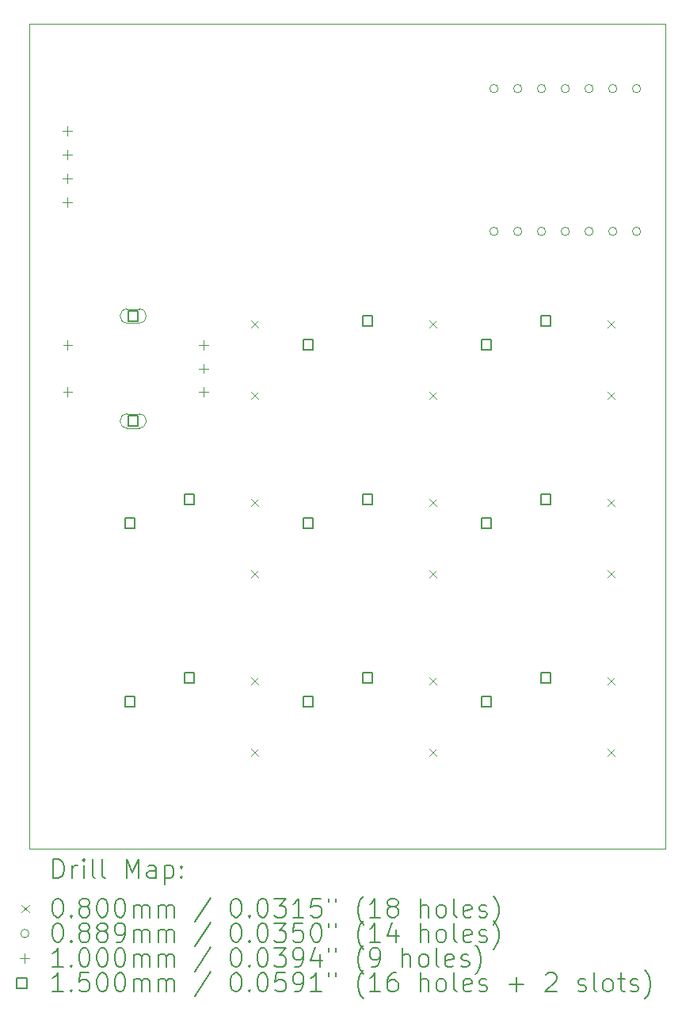
<source format=gbr>
%TF.GenerationSoftware,KiCad,Pcbnew,9.0.3*%
%TF.CreationDate,2025-07-29T19:54:15+10:00*%
%TF.ProjectId,NyaPad,4e796150-6164-42e6-9b69-6361645f7063,rev?*%
%TF.SameCoordinates,Original*%
%TF.FileFunction,Drillmap*%
%TF.FilePolarity,Positive*%
%FSLAX45Y45*%
G04 Gerber Fmt 4.5, Leading zero omitted, Abs format (unit mm)*
G04 Created by KiCad (PCBNEW 9.0.3) date 2025-07-29 19:54:15*
%MOMM*%
%LPD*%
G01*
G04 APERTURE LIST*
%ADD10C,0.050000*%
%ADD11C,0.200000*%
%ADD12C,0.100000*%
%ADD13C,0.150000*%
G04 APERTURE END LIST*
D10*
X10020000Y-6200000D02*
X16820000Y-6200000D01*
X16820000Y-15000000D01*
X10020000Y-15000000D01*
X10020000Y-6200000D01*
D11*
D12*
X12390125Y-9359523D02*
X12470125Y-9439523D01*
X12470125Y-9359523D02*
X12390125Y-9439523D01*
X12390125Y-10121523D02*
X12470125Y-10201523D01*
X12470125Y-10121523D02*
X12390125Y-10201523D01*
X12390125Y-11264522D02*
X12470125Y-11344522D01*
X12470125Y-11264522D02*
X12390125Y-11344522D01*
X12390125Y-12026522D02*
X12470125Y-12106522D01*
X12470125Y-12026522D02*
X12390125Y-12106522D01*
X12390125Y-13169522D02*
X12470125Y-13249522D01*
X12470125Y-13169522D02*
X12390125Y-13249522D01*
X12390125Y-13931522D02*
X12470125Y-14011522D01*
X12470125Y-13931522D02*
X12390125Y-14011522D01*
X14295125Y-9359523D02*
X14375125Y-9439523D01*
X14375125Y-9359523D02*
X14295125Y-9439523D01*
X14295125Y-10121523D02*
X14375125Y-10201523D01*
X14375125Y-10121523D02*
X14295125Y-10201523D01*
X14295125Y-11264522D02*
X14375125Y-11344522D01*
X14375125Y-11264522D02*
X14295125Y-11344522D01*
X14295125Y-12026522D02*
X14375125Y-12106522D01*
X14375125Y-12026522D02*
X14295125Y-12106522D01*
X14295125Y-13169522D02*
X14375125Y-13249522D01*
X14375125Y-13169522D02*
X14295125Y-13249522D01*
X14295125Y-13931522D02*
X14375125Y-14011522D01*
X14375125Y-13931522D02*
X14295125Y-14011522D01*
X16200125Y-9359523D02*
X16280125Y-9439523D01*
X16280125Y-9359523D02*
X16200125Y-9439523D01*
X16200125Y-10121523D02*
X16280125Y-10201523D01*
X16280125Y-10121523D02*
X16200125Y-10201523D01*
X16200125Y-11264522D02*
X16280125Y-11344522D01*
X16280125Y-11264522D02*
X16200125Y-11344522D01*
X16200125Y-12026522D02*
X16280125Y-12106522D01*
X16280125Y-12026522D02*
X16200125Y-12106522D01*
X16200125Y-13169522D02*
X16280125Y-13249522D01*
X16280125Y-13169522D02*
X16200125Y-13249522D01*
X16200125Y-13931522D02*
X16280125Y-14011522D01*
X16280125Y-13931522D02*
X16200125Y-14011522D01*
X15032450Y-6888000D02*
G75*
G02*
X14943550Y-6888000I-44450J0D01*
G01*
X14943550Y-6888000D02*
G75*
G02*
X15032450Y-6888000I44450J0D01*
G01*
X15032450Y-8412000D02*
G75*
G02*
X14943550Y-8412000I-44450J0D01*
G01*
X14943550Y-8412000D02*
G75*
G02*
X15032450Y-8412000I44450J0D01*
G01*
X15286450Y-6888000D02*
G75*
G02*
X15197550Y-6888000I-44450J0D01*
G01*
X15197550Y-6888000D02*
G75*
G02*
X15286450Y-6888000I44450J0D01*
G01*
X15286450Y-8412000D02*
G75*
G02*
X15197550Y-8412000I-44450J0D01*
G01*
X15197550Y-8412000D02*
G75*
G02*
X15286450Y-8412000I44450J0D01*
G01*
X15540450Y-6888000D02*
G75*
G02*
X15451550Y-6888000I-44450J0D01*
G01*
X15451550Y-6888000D02*
G75*
G02*
X15540450Y-6888000I44450J0D01*
G01*
X15540450Y-8412000D02*
G75*
G02*
X15451550Y-8412000I-44450J0D01*
G01*
X15451550Y-8412000D02*
G75*
G02*
X15540450Y-8412000I44450J0D01*
G01*
X15794450Y-6888000D02*
G75*
G02*
X15705550Y-6888000I-44450J0D01*
G01*
X15705550Y-6888000D02*
G75*
G02*
X15794450Y-6888000I44450J0D01*
G01*
X15794450Y-8412000D02*
G75*
G02*
X15705550Y-8412000I-44450J0D01*
G01*
X15705550Y-8412000D02*
G75*
G02*
X15794450Y-8412000I44450J0D01*
G01*
X16048450Y-6888000D02*
G75*
G02*
X15959550Y-6888000I-44450J0D01*
G01*
X15959550Y-6888000D02*
G75*
G02*
X16048450Y-6888000I44450J0D01*
G01*
X16048450Y-8412000D02*
G75*
G02*
X15959550Y-8412000I-44450J0D01*
G01*
X15959550Y-8412000D02*
G75*
G02*
X16048450Y-8412000I44450J0D01*
G01*
X16302450Y-6888000D02*
G75*
G02*
X16213550Y-6888000I-44450J0D01*
G01*
X16213550Y-6888000D02*
G75*
G02*
X16302450Y-6888000I44450J0D01*
G01*
X16302450Y-8412000D02*
G75*
G02*
X16213550Y-8412000I-44450J0D01*
G01*
X16213550Y-8412000D02*
G75*
G02*
X16302450Y-8412000I44450J0D01*
G01*
X16556450Y-6888000D02*
G75*
G02*
X16467550Y-6888000I-44450J0D01*
G01*
X16467550Y-6888000D02*
G75*
G02*
X16556450Y-6888000I44450J0D01*
G01*
X16556450Y-8412000D02*
G75*
G02*
X16467550Y-8412000I-44450J0D01*
G01*
X16467550Y-8412000D02*
G75*
G02*
X16556450Y-8412000I44450J0D01*
G01*
X10430500Y-7290147D02*
X10430500Y-7390147D01*
X10380500Y-7340147D02*
X10480500Y-7340147D01*
X10430500Y-7544147D02*
X10430500Y-7644147D01*
X10380500Y-7594147D02*
X10480500Y-7594147D01*
X10430500Y-7798147D02*
X10430500Y-7898147D01*
X10380500Y-7848147D02*
X10480500Y-7848147D01*
X10430500Y-8052147D02*
X10430500Y-8152147D01*
X10380500Y-8102147D02*
X10480500Y-8102147D01*
X10432000Y-9575000D02*
X10432000Y-9675000D01*
X10382000Y-9625000D02*
X10482000Y-9625000D01*
X10432000Y-10075000D02*
X10432000Y-10175000D01*
X10382000Y-10125000D02*
X10482000Y-10125000D01*
X11882000Y-9575000D02*
X11882000Y-9675000D01*
X11832000Y-9625000D02*
X11932000Y-9625000D01*
X11882000Y-9825000D02*
X11882000Y-9925000D01*
X11832000Y-9875000D02*
X11932000Y-9875000D01*
X11882000Y-10075000D02*
X11882000Y-10175000D01*
X11832000Y-10125000D02*
X11932000Y-10125000D01*
D13*
X11149659Y-11579806D02*
X11149659Y-11473739D01*
X11043592Y-11473739D01*
X11043592Y-11579806D01*
X11149659Y-11579806D01*
X11149659Y-13484806D02*
X11149659Y-13378739D01*
X11043592Y-13378739D01*
X11043592Y-13484806D01*
X11149659Y-13484806D01*
X11185033Y-9368034D02*
X11185033Y-9261967D01*
X11078967Y-9261967D01*
X11078967Y-9368034D01*
X11185033Y-9368034D01*
D12*
X11197000Y-9240000D02*
X11067000Y-9240000D01*
X11067000Y-9390000D02*
G75*
G02*
X11067000Y-9240000I0J75000D01*
G01*
X11067000Y-9390000D02*
X11197000Y-9390000D01*
X11197000Y-9390000D02*
G75*
G03*
X11197000Y-9240000I0J75000D01*
G01*
D13*
X11185033Y-10488034D02*
X11185033Y-10381967D01*
X11078967Y-10381967D01*
X11078967Y-10488034D01*
X11185033Y-10488034D01*
D12*
X11197000Y-10360000D02*
X11067000Y-10360000D01*
X11067000Y-10510000D02*
G75*
G02*
X11067000Y-10360000I0J75000D01*
G01*
X11067000Y-10510000D02*
X11197000Y-10510000D01*
X11197000Y-10510000D02*
G75*
G03*
X11197000Y-10360000I0J75000D01*
G01*
D13*
X11784658Y-11325806D02*
X11784658Y-11219739D01*
X11678591Y-11219739D01*
X11678591Y-11325806D01*
X11784658Y-11325806D01*
X11784658Y-13230806D02*
X11784658Y-13124739D01*
X11678591Y-13124739D01*
X11678591Y-13230806D01*
X11784658Y-13230806D01*
X13054658Y-9674806D02*
X13054658Y-9568739D01*
X12948591Y-9568739D01*
X12948591Y-9674806D01*
X13054658Y-9674806D01*
X13054658Y-11579806D02*
X13054658Y-11473739D01*
X12948591Y-11473739D01*
X12948591Y-11579806D01*
X13054658Y-11579806D01*
X13054658Y-13484806D02*
X13054658Y-13378739D01*
X12948591Y-13378739D01*
X12948591Y-13484806D01*
X13054658Y-13484806D01*
X13689658Y-9420806D02*
X13689658Y-9314739D01*
X13583591Y-9314739D01*
X13583591Y-9420806D01*
X13689658Y-9420806D01*
X13689658Y-11325806D02*
X13689658Y-11219739D01*
X13583591Y-11219739D01*
X13583591Y-11325806D01*
X13689658Y-11325806D01*
X13689658Y-13230806D02*
X13689658Y-13124739D01*
X13583591Y-13124739D01*
X13583591Y-13230806D01*
X13689658Y-13230806D01*
X14959658Y-9674806D02*
X14959658Y-9568739D01*
X14853591Y-9568739D01*
X14853591Y-9674806D01*
X14959658Y-9674806D01*
X14959658Y-11579806D02*
X14959658Y-11473739D01*
X14853591Y-11473739D01*
X14853591Y-11579806D01*
X14959658Y-11579806D01*
X14959658Y-13484806D02*
X14959658Y-13378739D01*
X14853591Y-13378739D01*
X14853591Y-13484806D01*
X14959658Y-13484806D01*
X15594658Y-9420806D02*
X15594658Y-9314739D01*
X15488591Y-9314739D01*
X15488591Y-9420806D01*
X15594658Y-9420806D01*
X15594658Y-11325806D02*
X15594658Y-11219739D01*
X15488591Y-11219739D01*
X15488591Y-11325806D01*
X15594658Y-11325806D01*
X15594658Y-13230806D02*
X15594658Y-13124739D01*
X15488591Y-13124739D01*
X15488591Y-13230806D01*
X15594658Y-13230806D01*
D11*
X10278277Y-15313984D02*
X10278277Y-15113984D01*
X10278277Y-15113984D02*
X10325896Y-15113984D01*
X10325896Y-15113984D02*
X10354467Y-15123508D01*
X10354467Y-15123508D02*
X10373515Y-15142555D01*
X10373515Y-15142555D02*
X10383039Y-15161603D01*
X10383039Y-15161603D02*
X10392563Y-15199698D01*
X10392563Y-15199698D02*
X10392563Y-15228269D01*
X10392563Y-15228269D02*
X10383039Y-15266365D01*
X10383039Y-15266365D02*
X10373515Y-15285412D01*
X10373515Y-15285412D02*
X10354467Y-15304460D01*
X10354467Y-15304460D02*
X10325896Y-15313984D01*
X10325896Y-15313984D02*
X10278277Y-15313984D01*
X10478277Y-15313984D02*
X10478277Y-15180650D01*
X10478277Y-15218746D02*
X10487801Y-15199698D01*
X10487801Y-15199698D02*
X10497324Y-15190174D01*
X10497324Y-15190174D02*
X10516372Y-15180650D01*
X10516372Y-15180650D02*
X10535420Y-15180650D01*
X10602086Y-15313984D02*
X10602086Y-15180650D01*
X10602086Y-15113984D02*
X10592563Y-15123508D01*
X10592563Y-15123508D02*
X10602086Y-15133031D01*
X10602086Y-15133031D02*
X10611610Y-15123508D01*
X10611610Y-15123508D02*
X10602086Y-15113984D01*
X10602086Y-15113984D02*
X10602086Y-15133031D01*
X10725896Y-15313984D02*
X10706848Y-15304460D01*
X10706848Y-15304460D02*
X10697324Y-15285412D01*
X10697324Y-15285412D02*
X10697324Y-15113984D01*
X10830658Y-15313984D02*
X10811610Y-15304460D01*
X10811610Y-15304460D02*
X10802086Y-15285412D01*
X10802086Y-15285412D02*
X10802086Y-15113984D01*
X11059229Y-15313984D02*
X11059229Y-15113984D01*
X11059229Y-15113984D02*
X11125896Y-15256841D01*
X11125896Y-15256841D02*
X11192562Y-15113984D01*
X11192562Y-15113984D02*
X11192562Y-15313984D01*
X11373515Y-15313984D02*
X11373515Y-15209222D01*
X11373515Y-15209222D02*
X11363991Y-15190174D01*
X11363991Y-15190174D02*
X11344943Y-15180650D01*
X11344943Y-15180650D02*
X11306848Y-15180650D01*
X11306848Y-15180650D02*
X11287801Y-15190174D01*
X11373515Y-15304460D02*
X11354467Y-15313984D01*
X11354467Y-15313984D02*
X11306848Y-15313984D01*
X11306848Y-15313984D02*
X11287801Y-15304460D01*
X11287801Y-15304460D02*
X11278277Y-15285412D01*
X11278277Y-15285412D02*
X11278277Y-15266365D01*
X11278277Y-15266365D02*
X11287801Y-15247317D01*
X11287801Y-15247317D02*
X11306848Y-15237793D01*
X11306848Y-15237793D02*
X11354467Y-15237793D01*
X11354467Y-15237793D02*
X11373515Y-15228269D01*
X11468753Y-15180650D02*
X11468753Y-15380650D01*
X11468753Y-15190174D02*
X11487801Y-15180650D01*
X11487801Y-15180650D02*
X11525896Y-15180650D01*
X11525896Y-15180650D02*
X11544943Y-15190174D01*
X11544943Y-15190174D02*
X11554467Y-15199698D01*
X11554467Y-15199698D02*
X11563991Y-15218746D01*
X11563991Y-15218746D02*
X11563991Y-15275888D01*
X11563991Y-15275888D02*
X11554467Y-15294936D01*
X11554467Y-15294936D02*
X11544943Y-15304460D01*
X11544943Y-15304460D02*
X11525896Y-15313984D01*
X11525896Y-15313984D02*
X11487801Y-15313984D01*
X11487801Y-15313984D02*
X11468753Y-15304460D01*
X11649705Y-15294936D02*
X11659229Y-15304460D01*
X11659229Y-15304460D02*
X11649705Y-15313984D01*
X11649705Y-15313984D02*
X11640182Y-15304460D01*
X11640182Y-15304460D02*
X11649705Y-15294936D01*
X11649705Y-15294936D02*
X11649705Y-15313984D01*
X11649705Y-15190174D02*
X11659229Y-15199698D01*
X11659229Y-15199698D02*
X11649705Y-15209222D01*
X11649705Y-15209222D02*
X11640182Y-15199698D01*
X11640182Y-15199698D02*
X11649705Y-15190174D01*
X11649705Y-15190174D02*
X11649705Y-15209222D01*
D12*
X9937500Y-15602500D02*
X10017500Y-15682500D01*
X10017500Y-15602500D02*
X9937500Y-15682500D01*
D11*
X10316372Y-15533984D02*
X10335420Y-15533984D01*
X10335420Y-15533984D02*
X10354467Y-15543508D01*
X10354467Y-15543508D02*
X10363991Y-15553031D01*
X10363991Y-15553031D02*
X10373515Y-15572079D01*
X10373515Y-15572079D02*
X10383039Y-15610174D01*
X10383039Y-15610174D02*
X10383039Y-15657793D01*
X10383039Y-15657793D02*
X10373515Y-15695888D01*
X10373515Y-15695888D02*
X10363991Y-15714936D01*
X10363991Y-15714936D02*
X10354467Y-15724460D01*
X10354467Y-15724460D02*
X10335420Y-15733984D01*
X10335420Y-15733984D02*
X10316372Y-15733984D01*
X10316372Y-15733984D02*
X10297324Y-15724460D01*
X10297324Y-15724460D02*
X10287801Y-15714936D01*
X10287801Y-15714936D02*
X10278277Y-15695888D01*
X10278277Y-15695888D02*
X10268753Y-15657793D01*
X10268753Y-15657793D02*
X10268753Y-15610174D01*
X10268753Y-15610174D02*
X10278277Y-15572079D01*
X10278277Y-15572079D02*
X10287801Y-15553031D01*
X10287801Y-15553031D02*
X10297324Y-15543508D01*
X10297324Y-15543508D02*
X10316372Y-15533984D01*
X10468753Y-15714936D02*
X10478277Y-15724460D01*
X10478277Y-15724460D02*
X10468753Y-15733984D01*
X10468753Y-15733984D02*
X10459229Y-15724460D01*
X10459229Y-15724460D02*
X10468753Y-15714936D01*
X10468753Y-15714936D02*
X10468753Y-15733984D01*
X10592563Y-15619698D02*
X10573515Y-15610174D01*
X10573515Y-15610174D02*
X10563991Y-15600650D01*
X10563991Y-15600650D02*
X10554467Y-15581603D01*
X10554467Y-15581603D02*
X10554467Y-15572079D01*
X10554467Y-15572079D02*
X10563991Y-15553031D01*
X10563991Y-15553031D02*
X10573515Y-15543508D01*
X10573515Y-15543508D02*
X10592563Y-15533984D01*
X10592563Y-15533984D02*
X10630658Y-15533984D01*
X10630658Y-15533984D02*
X10649705Y-15543508D01*
X10649705Y-15543508D02*
X10659229Y-15553031D01*
X10659229Y-15553031D02*
X10668753Y-15572079D01*
X10668753Y-15572079D02*
X10668753Y-15581603D01*
X10668753Y-15581603D02*
X10659229Y-15600650D01*
X10659229Y-15600650D02*
X10649705Y-15610174D01*
X10649705Y-15610174D02*
X10630658Y-15619698D01*
X10630658Y-15619698D02*
X10592563Y-15619698D01*
X10592563Y-15619698D02*
X10573515Y-15629222D01*
X10573515Y-15629222D02*
X10563991Y-15638746D01*
X10563991Y-15638746D02*
X10554467Y-15657793D01*
X10554467Y-15657793D02*
X10554467Y-15695888D01*
X10554467Y-15695888D02*
X10563991Y-15714936D01*
X10563991Y-15714936D02*
X10573515Y-15724460D01*
X10573515Y-15724460D02*
X10592563Y-15733984D01*
X10592563Y-15733984D02*
X10630658Y-15733984D01*
X10630658Y-15733984D02*
X10649705Y-15724460D01*
X10649705Y-15724460D02*
X10659229Y-15714936D01*
X10659229Y-15714936D02*
X10668753Y-15695888D01*
X10668753Y-15695888D02*
X10668753Y-15657793D01*
X10668753Y-15657793D02*
X10659229Y-15638746D01*
X10659229Y-15638746D02*
X10649705Y-15629222D01*
X10649705Y-15629222D02*
X10630658Y-15619698D01*
X10792563Y-15533984D02*
X10811610Y-15533984D01*
X10811610Y-15533984D02*
X10830658Y-15543508D01*
X10830658Y-15543508D02*
X10840182Y-15553031D01*
X10840182Y-15553031D02*
X10849705Y-15572079D01*
X10849705Y-15572079D02*
X10859229Y-15610174D01*
X10859229Y-15610174D02*
X10859229Y-15657793D01*
X10859229Y-15657793D02*
X10849705Y-15695888D01*
X10849705Y-15695888D02*
X10840182Y-15714936D01*
X10840182Y-15714936D02*
X10830658Y-15724460D01*
X10830658Y-15724460D02*
X10811610Y-15733984D01*
X10811610Y-15733984D02*
X10792563Y-15733984D01*
X10792563Y-15733984D02*
X10773515Y-15724460D01*
X10773515Y-15724460D02*
X10763991Y-15714936D01*
X10763991Y-15714936D02*
X10754467Y-15695888D01*
X10754467Y-15695888D02*
X10744944Y-15657793D01*
X10744944Y-15657793D02*
X10744944Y-15610174D01*
X10744944Y-15610174D02*
X10754467Y-15572079D01*
X10754467Y-15572079D02*
X10763991Y-15553031D01*
X10763991Y-15553031D02*
X10773515Y-15543508D01*
X10773515Y-15543508D02*
X10792563Y-15533984D01*
X10983039Y-15533984D02*
X11002086Y-15533984D01*
X11002086Y-15533984D02*
X11021134Y-15543508D01*
X11021134Y-15543508D02*
X11030658Y-15553031D01*
X11030658Y-15553031D02*
X11040182Y-15572079D01*
X11040182Y-15572079D02*
X11049705Y-15610174D01*
X11049705Y-15610174D02*
X11049705Y-15657793D01*
X11049705Y-15657793D02*
X11040182Y-15695888D01*
X11040182Y-15695888D02*
X11030658Y-15714936D01*
X11030658Y-15714936D02*
X11021134Y-15724460D01*
X11021134Y-15724460D02*
X11002086Y-15733984D01*
X11002086Y-15733984D02*
X10983039Y-15733984D01*
X10983039Y-15733984D02*
X10963991Y-15724460D01*
X10963991Y-15724460D02*
X10954467Y-15714936D01*
X10954467Y-15714936D02*
X10944944Y-15695888D01*
X10944944Y-15695888D02*
X10935420Y-15657793D01*
X10935420Y-15657793D02*
X10935420Y-15610174D01*
X10935420Y-15610174D02*
X10944944Y-15572079D01*
X10944944Y-15572079D02*
X10954467Y-15553031D01*
X10954467Y-15553031D02*
X10963991Y-15543508D01*
X10963991Y-15543508D02*
X10983039Y-15533984D01*
X11135420Y-15733984D02*
X11135420Y-15600650D01*
X11135420Y-15619698D02*
X11144944Y-15610174D01*
X11144944Y-15610174D02*
X11163991Y-15600650D01*
X11163991Y-15600650D02*
X11192563Y-15600650D01*
X11192563Y-15600650D02*
X11211610Y-15610174D01*
X11211610Y-15610174D02*
X11221134Y-15629222D01*
X11221134Y-15629222D02*
X11221134Y-15733984D01*
X11221134Y-15629222D02*
X11230658Y-15610174D01*
X11230658Y-15610174D02*
X11249705Y-15600650D01*
X11249705Y-15600650D02*
X11278277Y-15600650D01*
X11278277Y-15600650D02*
X11297324Y-15610174D01*
X11297324Y-15610174D02*
X11306848Y-15629222D01*
X11306848Y-15629222D02*
X11306848Y-15733984D01*
X11402086Y-15733984D02*
X11402086Y-15600650D01*
X11402086Y-15619698D02*
X11411610Y-15610174D01*
X11411610Y-15610174D02*
X11430658Y-15600650D01*
X11430658Y-15600650D02*
X11459229Y-15600650D01*
X11459229Y-15600650D02*
X11478277Y-15610174D01*
X11478277Y-15610174D02*
X11487801Y-15629222D01*
X11487801Y-15629222D02*
X11487801Y-15733984D01*
X11487801Y-15629222D02*
X11497324Y-15610174D01*
X11497324Y-15610174D02*
X11516372Y-15600650D01*
X11516372Y-15600650D02*
X11544943Y-15600650D01*
X11544943Y-15600650D02*
X11563991Y-15610174D01*
X11563991Y-15610174D02*
X11573515Y-15629222D01*
X11573515Y-15629222D02*
X11573515Y-15733984D01*
X11963991Y-15524460D02*
X11792563Y-15781603D01*
X12221134Y-15533984D02*
X12240182Y-15533984D01*
X12240182Y-15533984D02*
X12259229Y-15543508D01*
X12259229Y-15543508D02*
X12268753Y-15553031D01*
X12268753Y-15553031D02*
X12278277Y-15572079D01*
X12278277Y-15572079D02*
X12287801Y-15610174D01*
X12287801Y-15610174D02*
X12287801Y-15657793D01*
X12287801Y-15657793D02*
X12278277Y-15695888D01*
X12278277Y-15695888D02*
X12268753Y-15714936D01*
X12268753Y-15714936D02*
X12259229Y-15724460D01*
X12259229Y-15724460D02*
X12240182Y-15733984D01*
X12240182Y-15733984D02*
X12221134Y-15733984D01*
X12221134Y-15733984D02*
X12202086Y-15724460D01*
X12202086Y-15724460D02*
X12192563Y-15714936D01*
X12192563Y-15714936D02*
X12183039Y-15695888D01*
X12183039Y-15695888D02*
X12173515Y-15657793D01*
X12173515Y-15657793D02*
X12173515Y-15610174D01*
X12173515Y-15610174D02*
X12183039Y-15572079D01*
X12183039Y-15572079D02*
X12192563Y-15553031D01*
X12192563Y-15553031D02*
X12202086Y-15543508D01*
X12202086Y-15543508D02*
X12221134Y-15533984D01*
X12373515Y-15714936D02*
X12383039Y-15724460D01*
X12383039Y-15724460D02*
X12373515Y-15733984D01*
X12373515Y-15733984D02*
X12363991Y-15724460D01*
X12363991Y-15724460D02*
X12373515Y-15714936D01*
X12373515Y-15714936D02*
X12373515Y-15733984D01*
X12506848Y-15533984D02*
X12525896Y-15533984D01*
X12525896Y-15533984D02*
X12544944Y-15543508D01*
X12544944Y-15543508D02*
X12554467Y-15553031D01*
X12554467Y-15553031D02*
X12563991Y-15572079D01*
X12563991Y-15572079D02*
X12573515Y-15610174D01*
X12573515Y-15610174D02*
X12573515Y-15657793D01*
X12573515Y-15657793D02*
X12563991Y-15695888D01*
X12563991Y-15695888D02*
X12554467Y-15714936D01*
X12554467Y-15714936D02*
X12544944Y-15724460D01*
X12544944Y-15724460D02*
X12525896Y-15733984D01*
X12525896Y-15733984D02*
X12506848Y-15733984D01*
X12506848Y-15733984D02*
X12487801Y-15724460D01*
X12487801Y-15724460D02*
X12478277Y-15714936D01*
X12478277Y-15714936D02*
X12468753Y-15695888D01*
X12468753Y-15695888D02*
X12459229Y-15657793D01*
X12459229Y-15657793D02*
X12459229Y-15610174D01*
X12459229Y-15610174D02*
X12468753Y-15572079D01*
X12468753Y-15572079D02*
X12478277Y-15553031D01*
X12478277Y-15553031D02*
X12487801Y-15543508D01*
X12487801Y-15543508D02*
X12506848Y-15533984D01*
X12640182Y-15533984D02*
X12763991Y-15533984D01*
X12763991Y-15533984D02*
X12697325Y-15610174D01*
X12697325Y-15610174D02*
X12725896Y-15610174D01*
X12725896Y-15610174D02*
X12744944Y-15619698D01*
X12744944Y-15619698D02*
X12754467Y-15629222D01*
X12754467Y-15629222D02*
X12763991Y-15648269D01*
X12763991Y-15648269D02*
X12763991Y-15695888D01*
X12763991Y-15695888D02*
X12754467Y-15714936D01*
X12754467Y-15714936D02*
X12744944Y-15724460D01*
X12744944Y-15724460D02*
X12725896Y-15733984D01*
X12725896Y-15733984D02*
X12668753Y-15733984D01*
X12668753Y-15733984D02*
X12649706Y-15724460D01*
X12649706Y-15724460D02*
X12640182Y-15714936D01*
X12954467Y-15733984D02*
X12840182Y-15733984D01*
X12897325Y-15733984D02*
X12897325Y-15533984D01*
X12897325Y-15533984D02*
X12878277Y-15562555D01*
X12878277Y-15562555D02*
X12859229Y-15581603D01*
X12859229Y-15581603D02*
X12840182Y-15591127D01*
X13135420Y-15533984D02*
X13040182Y-15533984D01*
X13040182Y-15533984D02*
X13030658Y-15629222D01*
X13030658Y-15629222D02*
X13040182Y-15619698D01*
X13040182Y-15619698D02*
X13059229Y-15610174D01*
X13059229Y-15610174D02*
X13106848Y-15610174D01*
X13106848Y-15610174D02*
X13125896Y-15619698D01*
X13125896Y-15619698D02*
X13135420Y-15629222D01*
X13135420Y-15629222D02*
X13144944Y-15648269D01*
X13144944Y-15648269D02*
X13144944Y-15695888D01*
X13144944Y-15695888D02*
X13135420Y-15714936D01*
X13135420Y-15714936D02*
X13125896Y-15724460D01*
X13125896Y-15724460D02*
X13106848Y-15733984D01*
X13106848Y-15733984D02*
X13059229Y-15733984D01*
X13059229Y-15733984D02*
X13040182Y-15724460D01*
X13040182Y-15724460D02*
X13030658Y-15714936D01*
X13221134Y-15533984D02*
X13221134Y-15572079D01*
X13297325Y-15533984D02*
X13297325Y-15572079D01*
X13592563Y-15810174D02*
X13583039Y-15800650D01*
X13583039Y-15800650D02*
X13563991Y-15772079D01*
X13563991Y-15772079D02*
X13554468Y-15753031D01*
X13554468Y-15753031D02*
X13544944Y-15724460D01*
X13544944Y-15724460D02*
X13535420Y-15676841D01*
X13535420Y-15676841D02*
X13535420Y-15638746D01*
X13535420Y-15638746D02*
X13544944Y-15591127D01*
X13544944Y-15591127D02*
X13554468Y-15562555D01*
X13554468Y-15562555D02*
X13563991Y-15543508D01*
X13563991Y-15543508D02*
X13583039Y-15514936D01*
X13583039Y-15514936D02*
X13592563Y-15505412D01*
X13773515Y-15733984D02*
X13659229Y-15733984D01*
X13716372Y-15733984D02*
X13716372Y-15533984D01*
X13716372Y-15533984D02*
X13697325Y-15562555D01*
X13697325Y-15562555D02*
X13678277Y-15581603D01*
X13678277Y-15581603D02*
X13659229Y-15591127D01*
X13887801Y-15619698D02*
X13868753Y-15610174D01*
X13868753Y-15610174D02*
X13859229Y-15600650D01*
X13859229Y-15600650D02*
X13849706Y-15581603D01*
X13849706Y-15581603D02*
X13849706Y-15572079D01*
X13849706Y-15572079D02*
X13859229Y-15553031D01*
X13859229Y-15553031D02*
X13868753Y-15543508D01*
X13868753Y-15543508D02*
X13887801Y-15533984D01*
X13887801Y-15533984D02*
X13925896Y-15533984D01*
X13925896Y-15533984D02*
X13944944Y-15543508D01*
X13944944Y-15543508D02*
X13954468Y-15553031D01*
X13954468Y-15553031D02*
X13963991Y-15572079D01*
X13963991Y-15572079D02*
X13963991Y-15581603D01*
X13963991Y-15581603D02*
X13954468Y-15600650D01*
X13954468Y-15600650D02*
X13944944Y-15610174D01*
X13944944Y-15610174D02*
X13925896Y-15619698D01*
X13925896Y-15619698D02*
X13887801Y-15619698D01*
X13887801Y-15619698D02*
X13868753Y-15629222D01*
X13868753Y-15629222D02*
X13859229Y-15638746D01*
X13859229Y-15638746D02*
X13849706Y-15657793D01*
X13849706Y-15657793D02*
X13849706Y-15695888D01*
X13849706Y-15695888D02*
X13859229Y-15714936D01*
X13859229Y-15714936D02*
X13868753Y-15724460D01*
X13868753Y-15724460D02*
X13887801Y-15733984D01*
X13887801Y-15733984D02*
X13925896Y-15733984D01*
X13925896Y-15733984D02*
X13944944Y-15724460D01*
X13944944Y-15724460D02*
X13954468Y-15714936D01*
X13954468Y-15714936D02*
X13963991Y-15695888D01*
X13963991Y-15695888D02*
X13963991Y-15657793D01*
X13963991Y-15657793D02*
X13954468Y-15638746D01*
X13954468Y-15638746D02*
X13944944Y-15629222D01*
X13944944Y-15629222D02*
X13925896Y-15619698D01*
X14202087Y-15733984D02*
X14202087Y-15533984D01*
X14287801Y-15733984D02*
X14287801Y-15629222D01*
X14287801Y-15629222D02*
X14278277Y-15610174D01*
X14278277Y-15610174D02*
X14259230Y-15600650D01*
X14259230Y-15600650D02*
X14230658Y-15600650D01*
X14230658Y-15600650D02*
X14211610Y-15610174D01*
X14211610Y-15610174D02*
X14202087Y-15619698D01*
X14411610Y-15733984D02*
X14392563Y-15724460D01*
X14392563Y-15724460D02*
X14383039Y-15714936D01*
X14383039Y-15714936D02*
X14373515Y-15695888D01*
X14373515Y-15695888D02*
X14373515Y-15638746D01*
X14373515Y-15638746D02*
X14383039Y-15619698D01*
X14383039Y-15619698D02*
X14392563Y-15610174D01*
X14392563Y-15610174D02*
X14411610Y-15600650D01*
X14411610Y-15600650D02*
X14440182Y-15600650D01*
X14440182Y-15600650D02*
X14459230Y-15610174D01*
X14459230Y-15610174D02*
X14468753Y-15619698D01*
X14468753Y-15619698D02*
X14478277Y-15638746D01*
X14478277Y-15638746D02*
X14478277Y-15695888D01*
X14478277Y-15695888D02*
X14468753Y-15714936D01*
X14468753Y-15714936D02*
X14459230Y-15724460D01*
X14459230Y-15724460D02*
X14440182Y-15733984D01*
X14440182Y-15733984D02*
X14411610Y-15733984D01*
X14592563Y-15733984D02*
X14573515Y-15724460D01*
X14573515Y-15724460D02*
X14563991Y-15705412D01*
X14563991Y-15705412D02*
X14563991Y-15533984D01*
X14744944Y-15724460D02*
X14725896Y-15733984D01*
X14725896Y-15733984D02*
X14687801Y-15733984D01*
X14687801Y-15733984D02*
X14668753Y-15724460D01*
X14668753Y-15724460D02*
X14659230Y-15705412D01*
X14659230Y-15705412D02*
X14659230Y-15629222D01*
X14659230Y-15629222D02*
X14668753Y-15610174D01*
X14668753Y-15610174D02*
X14687801Y-15600650D01*
X14687801Y-15600650D02*
X14725896Y-15600650D01*
X14725896Y-15600650D02*
X14744944Y-15610174D01*
X14744944Y-15610174D02*
X14754468Y-15629222D01*
X14754468Y-15629222D02*
X14754468Y-15648269D01*
X14754468Y-15648269D02*
X14659230Y-15667317D01*
X14830658Y-15724460D02*
X14849706Y-15733984D01*
X14849706Y-15733984D02*
X14887801Y-15733984D01*
X14887801Y-15733984D02*
X14906849Y-15724460D01*
X14906849Y-15724460D02*
X14916372Y-15705412D01*
X14916372Y-15705412D02*
X14916372Y-15695888D01*
X14916372Y-15695888D02*
X14906849Y-15676841D01*
X14906849Y-15676841D02*
X14887801Y-15667317D01*
X14887801Y-15667317D02*
X14859230Y-15667317D01*
X14859230Y-15667317D02*
X14840182Y-15657793D01*
X14840182Y-15657793D02*
X14830658Y-15638746D01*
X14830658Y-15638746D02*
X14830658Y-15629222D01*
X14830658Y-15629222D02*
X14840182Y-15610174D01*
X14840182Y-15610174D02*
X14859230Y-15600650D01*
X14859230Y-15600650D02*
X14887801Y-15600650D01*
X14887801Y-15600650D02*
X14906849Y-15610174D01*
X14983039Y-15810174D02*
X14992563Y-15800650D01*
X14992563Y-15800650D02*
X15011611Y-15772079D01*
X15011611Y-15772079D02*
X15021134Y-15753031D01*
X15021134Y-15753031D02*
X15030658Y-15724460D01*
X15030658Y-15724460D02*
X15040182Y-15676841D01*
X15040182Y-15676841D02*
X15040182Y-15638746D01*
X15040182Y-15638746D02*
X15030658Y-15591127D01*
X15030658Y-15591127D02*
X15021134Y-15562555D01*
X15021134Y-15562555D02*
X15011611Y-15543508D01*
X15011611Y-15543508D02*
X14992563Y-15514936D01*
X14992563Y-15514936D02*
X14983039Y-15505412D01*
D12*
X10017500Y-15906500D02*
G75*
G02*
X9928600Y-15906500I-44450J0D01*
G01*
X9928600Y-15906500D02*
G75*
G02*
X10017500Y-15906500I44450J0D01*
G01*
D11*
X10316372Y-15797984D02*
X10335420Y-15797984D01*
X10335420Y-15797984D02*
X10354467Y-15807508D01*
X10354467Y-15807508D02*
X10363991Y-15817031D01*
X10363991Y-15817031D02*
X10373515Y-15836079D01*
X10373515Y-15836079D02*
X10383039Y-15874174D01*
X10383039Y-15874174D02*
X10383039Y-15921793D01*
X10383039Y-15921793D02*
X10373515Y-15959888D01*
X10373515Y-15959888D02*
X10363991Y-15978936D01*
X10363991Y-15978936D02*
X10354467Y-15988460D01*
X10354467Y-15988460D02*
X10335420Y-15997984D01*
X10335420Y-15997984D02*
X10316372Y-15997984D01*
X10316372Y-15997984D02*
X10297324Y-15988460D01*
X10297324Y-15988460D02*
X10287801Y-15978936D01*
X10287801Y-15978936D02*
X10278277Y-15959888D01*
X10278277Y-15959888D02*
X10268753Y-15921793D01*
X10268753Y-15921793D02*
X10268753Y-15874174D01*
X10268753Y-15874174D02*
X10278277Y-15836079D01*
X10278277Y-15836079D02*
X10287801Y-15817031D01*
X10287801Y-15817031D02*
X10297324Y-15807508D01*
X10297324Y-15807508D02*
X10316372Y-15797984D01*
X10468753Y-15978936D02*
X10478277Y-15988460D01*
X10478277Y-15988460D02*
X10468753Y-15997984D01*
X10468753Y-15997984D02*
X10459229Y-15988460D01*
X10459229Y-15988460D02*
X10468753Y-15978936D01*
X10468753Y-15978936D02*
X10468753Y-15997984D01*
X10592563Y-15883698D02*
X10573515Y-15874174D01*
X10573515Y-15874174D02*
X10563991Y-15864650D01*
X10563991Y-15864650D02*
X10554467Y-15845603D01*
X10554467Y-15845603D02*
X10554467Y-15836079D01*
X10554467Y-15836079D02*
X10563991Y-15817031D01*
X10563991Y-15817031D02*
X10573515Y-15807508D01*
X10573515Y-15807508D02*
X10592563Y-15797984D01*
X10592563Y-15797984D02*
X10630658Y-15797984D01*
X10630658Y-15797984D02*
X10649705Y-15807508D01*
X10649705Y-15807508D02*
X10659229Y-15817031D01*
X10659229Y-15817031D02*
X10668753Y-15836079D01*
X10668753Y-15836079D02*
X10668753Y-15845603D01*
X10668753Y-15845603D02*
X10659229Y-15864650D01*
X10659229Y-15864650D02*
X10649705Y-15874174D01*
X10649705Y-15874174D02*
X10630658Y-15883698D01*
X10630658Y-15883698D02*
X10592563Y-15883698D01*
X10592563Y-15883698D02*
X10573515Y-15893222D01*
X10573515Y-15893222D02*
X10563991Y-15902746D01*
X10563991Y-15902746D02*
X10554467Y-15921793D01*
X10554467Y-15921793D02*
X10554467Y-15959888D01*
X10554467Y-15959888D02*
X10563991Y-15978936D01*
X10563991Y-15978936D02*
X10573515Y-15988460D01*
X10573515Y-15988460D02*
X10592563Y-15997984D01*
X10592563Y-15997984D02*
X10630658Y-15997984D01*
X10630658Y-15997984D02*
X10649705Y-15988460D01*
X10649705Y-15988460D02*
X10659229Y-15978936D01*
X10659229Y-15978936D02*
X10668753Y-15959888D01*
X10668753Y-15959888D02*
X10668753Y-15921793D01*
X10668753Y-15921793D02*
X10659229Y-15902746D01*
X10659229Y-15902746D02*
X10649705Y-15893222D01*
X10649705Y-15893222D02*
X10630658Y-15883698D01*
X10783039Y-15883698D02*
X10763991Y-15874174D01*
X10763991Y-15874174D02*
X10754467Y-15864650D01*
X10754467Y-15864650D02*
X10744944Y-15845603D01*
X10744944Y-15845603D02*
X10744944Y-15836079D01*
X10744944Y-15836079D02*
X10754467Y-15817031D01*
X10754467Y-15817031D02*
X10763991Y-15807508D01*
X10763991Y-15807508D02*
X10783039Y-15797984D01*
X10783039Y-15797984D02*
X10821134Y-15797984D01*
X10821134Y-15797984D02*
X10840182Y-15807508D01*
X10840182Y-15807508D02*
X10849705Y-15817031D01*
X10849705Y-15817031D02*
X10859229Y-15836079D01*
X10859229Y-15836079D02*
X10859229Y-15845603D01*
X10859229Y-15845603D02*
X10849705Y-15864650D01*
X10849705Y-15864650D02*
X10840182Y-15874174D01*
X10840182Y-15874174D02*
X10821134Y-15883698D01*
X10821134Y-15883698D02*
X10783039Y-15883698D01*
X10783039Y-15883698D02*
X10763991Y-15893222D01*
X10763991Y-15893222D02*
X10754467Y-15902746D01*
X10754467Y-15902746D02*
X10744944Y-15921793D01*
X10744944Y-15921793D02*
X10744944Y-15959888D01*
X10744944Y-15959888D02*
X10754467Y-15978936D01*
X10754467Y-15978936D02*
X10763991Y-15988460D01*
X10763991Y-15988460D02*
X10783039Y-15997984D01*
X10783039Y-15997984D02*
X10821134Y-15997984D01*
X10821134Y-15997984D02*
X10840182Y-15988460D01*
X10840182Y-15988460D02*
X10849705Y-15978936D01*
X10849705Y-15978936D02*
X10859229Y-15959888D01*
X10859229Y-15959888D02*
X10859229Y-15921793D01*
X10859229Y-15921793D02*
X10849705Y-15902746D01*
X10849705Y-15902746D02*
X10840182Y-15893222D01*
X10840182Y-15893222D02*
X10821134Y-15883698D01*
X10954467Y-15997984D02*
X10992563Y-15997984D01*
X10992563Y-15997984D02*
X11011610Y-15988460D01*
X11011610Y-15988460D02*
X11021134Y-15978936D01*
X11021134Y-15978936D02*
X11040182Y-15950365D01*
X11040182Y-15950365D02*
X11049705Y-15912269D01*
X11049705Y-15912269D02*
X11049705Y-15836079D01*
X11049705Y-15836079D02*
X11040182Y-15817031D01*
X11040182Y-15817031D02*
X11030658Y-15807508D01*
X11030658Y-15807508D02*
X11011610Y-15797984D01*
X11011610Y-15797984D02*
X10973515Y-15797984D01*
X10973515Y-15797984D02*
X10954467Y-15807508D01*
X10954467Y-15807508D02*
X10944944Y-15817031D01*
X10944944Y-15817031D02*
X10935420Y-15836079D01*
X10935420Y-15836079D02*
X10935420Y-15883698D01*
X10935420Y-15883698D02*
X10944944Y-15902746D01*
X10944944Y-15902746D02*
X10954467Y-15912269D01*
X10954467Y-15912269D02*
X10973515Y-15921793D01*
X10973515Y-15921793D02*
X11011610Y-15921793D01*
X11011610Y-15921793D02*
X11030658Y-15912269D01*
X11030658Y-15912269D02*
X11040182Y-15902746D01*
X11040182Y-15902746D02*
X11049705Y-15883698D01*
X11135420Y-15997984D02*
X11135420Y-15864650D01*
X11135420Y-15883698D02*
X11144944Y-15874174D01*
X11144944Y-15874174D02*
X11163991Y-15864650D01*
X11163991Y-15864650D02*
X11192563Y-15864650D01*
X11192563Y-15864650D02*
X11211610Y-15874174D01*
X11211610Y-15874174D02*
X11221134Y-15893222D01*
X11221134Y-15893222D02*
X11221134Y-15997984D01*
X11221134Y-15893222D02*
X11230658Y-15874174D01*
X11230658Y-15874174D02*
X11249705Y-15864650D01*
X11249705Y-15864650D02*
X11278277Y-15864650D01*
X11278277Y-15864650D02*
X11297324Y-15874174D01*
X11297324Y-15874174D02*
X11306848Y-15893222D01*
X11306848Y-15893222D02*
X11306848Y-15997984D01*
X11402086Y-15997984D02*
X11402086Y-15864650D01*
X11402086Y-15883698D02*
X11411610Y-15874174D01*
X11411610Y-15874174D02*
X11430658Y-15864650D01*
X11430658Y-15864650D02*
X11459229Y-15864650D01*
X11459229Y-15864650D02*
X11478277Y-15874174D01*
X11478277Y-15874174D02*
X11487801Y-15893222D01*
X11487801Y-15893222D02*
X11487801Y-15997984D01*
X11487801Y-15893222D02*
X11497324Y-15874174D01*
X11497324Y-15874174D02*
X11516372Y-15864650D01*
X11516372Y-15864650D02*
X11544943Y-15864650D01*
X11544943Y-15864650D02*
X11563991Y-15874174D01*
X11563991Y-15874174D02*
X11573515Y-15893222D01*
X11573515Y-15893222D02*
X11573515Y-15997984D01*
X11963991Y-15788460D02*
X11792563Y-16045603D01*
X12221134Y-15797984D02*
X12240182Y-15797984D01*
X12240182Y-15797984D02*
X12259229Y-15807508D01*
X12259229Y-15807508D02*
X12268753Y-15817031D01*
X12268753Y-15817031D02*
X12278277Y-15836079D01*
X12278277Y-15836079D02*
X12287801Y-15874174D01*
X12287801Y-15874174D02*
X12287801Y-15921793D01*
X12287801Y-15921793D02*
X12278277Y-15959888D01*
X12278277Y-15959888D02*
X12268753Y-15978936D01*
X12268753Y-15978936D02*
X12259229Y-15988460D01*
X12259229Y-15988460D02*
X12240182Y-15997984D01*
X12240182Y-15997984D02*
X12221134Y-15997984D01*
X12221134Y-15997984D02*
X12202086Y-15988460D01*
X12202086Y-15988460D02*
X12192563Y-15978936D01*
X12192563Y-15978936D02*
X12183039Y-15959888D01*
X12183039Y-15959888D02*
X12173515Y-15921793D01*
X12173515Y-15921793D02*
X12173515Y-15874174D01*
X12173515Y-15874174D02*
X12183039Y-15836079D01*
X12183039Y-15836079D02*
X12192563Y-15817031D01*
X12192563Y-15817031D02*
X12202086Y-15807508D01*
X12202086Y-15807508D02*
X12221134Y-15797984D01*
X12373515Y-15978936D02*
X12383039Y-15988460D01*
X12383039Y-15988460D02*
X12373515Y-15997984D01*
X12373515Y-15997984D02*
X12363991Y-15988460D01*
X12363991Y-15988460D02*
X12373515Y-15978936D01*
X12373515Y-15978936D02*
X12373515Y-15997984D01*
X12506848Y-15797984D02*
X12525896Y-15797984D01*
X12525896Y-15797984D02*
X12544944Y-15807508D01*
X12544944Y-15807508D02*
X12554467Y-15817031D01*
X12554467Y-15817031D02*
X12563991Y-15836079D01*
X12563991Y-15836079D02*
X12573515Y-15874174D01*
X12573515Y-15874174D02*
X12573515Y-15921793D01*
X12573515Y-15921793D02*
X12563991Y-15959888D01*
X12563991Y-15959888D02*
X12554467Y-15978936D01*
X12554467Y-15978936D02*
X12544944Y-15988460D01*
X12544944Y-15988460D02*
X12525896Y-15997984D01*
X12525896Y-15997984D02*
X12506848Y-15997984D01*
X12506848Y-15997984D02*
X12487801Y-15988460D01*
X12487801Y-15988460D02*
X12478277Y-15978936D01*
X12478277Y-15978936D02*
X12468753Y-15959888D01*
X12468753Y-15959888D02*
X12459229Y-15921793D01*
X12459229Y-15921793D02*
X12459229Y-15874174D01*
X12459229Y-15874174D02*
X12468753Y-15836079D01*
X12468753Y-15836079D02*
X12478277Y-15817031D01*
X12478277Y-15817031D02*
X12487801Y-15807508D01*
X12487801Y-15807508D02*
X12506848Y-15797984D01*
X12640182Y-15797984D02*
X12763991Y-15797984D01*
X12763991Y-15797984D02*
X12697325Y-15874174D01*
X12697325Y-15874174D02*
X12725896Y-15874174D01*
X12725896Y-15874174D02*
X12744944Y-15883698D01*
X12744944Y-15883698D02*
X12754467Y-15893222D01*
X12754467Y-15893222D02*
X12763991Y-15912269D01*
X12763991Y-15912269D02*
X12763991Y-15959888D01*
X12763991Y-15959888D02*
X12754467Y-15978936D01*
X12754467Y-15978936D02*
X12744944Y-15988460D01*
X12744944Y-15988460D02*
X12725896Y-15997984D01*
X12725896Y-15997984D02*
X12668753Y-15997984D01*
X12668753Y-15997984D02*
X12649706Y-15988460D01*
X12649706Y-15988460D02*
X12640182Y-15978936D01*
X12944944Y-15797984D02*
X12849706Y-15797984D01*
X12849706Y-15797984D02*
X12840182Y-15893222D01*
X12840182Y-15893222D02*
X12849706Y-15883698D01*
X12849706Y-15883698D02*
X12868753Y-15874174D01*
X12868753Y-15874174D02*
X12916372Y-15874174D01*
X12916372Y-15874174D02*
X12935420Y-15883698D01*
X12935420Y-15883698D02*
X12944944Y-15893222D01*
X12944944Y-15893222D02*
X12954467Y-15912269D01*
X12954467Y-15912269D02*
X12954467Y-15959888D01*
X12954467Y-15959888D02*
X12944944Y-15978936D01*
X12944944Y-15978936D02*
X12935420Y-15988460D01*
X12935420Y-15988460D02*
X12916372Y-15997984D01*
X12916372Y-15997984D02*
X12868753Y-15997984D01*
X12868753Y-15997984D02*
X12849706Y-15988460D01*
X12849706Y-15988460D02*
X12840182Y-15978936D01*
X13078277Y-15797984D02*
X13097325Y-15797984D01*
X13097325Y-15797984D02*
X13116372Y-15807508D01*
X13116372Y-15807508D02*
X13125896Y-15817031D01*
X13125896Y-15817031D02*
X13135420Y-15836079D01*
X13135420Y-15836079D02*
X13144944Y-15874174D01*
X13144944Y-15874174D02*
X13144944Y-15921793D01*
X13144944Y-15921793D02*
X13135420Y-15959888D01*
X13135420Y-15959888D02*
X13125896Y-15978936D01*
X13125896Y-15978936D02*
X13116372Y-15988460D01*
X13116372Y-15988460D02*
X13097325Y-15997984D01*
X13097325Y-15997984D02*
X13078277Y-15997984D01*
X13078277Y-15997984D02*
X13059229Y-15988460D01*
X13059229Y-15988460D02*
X13049706Y-15978936D01*
X13049706Y-15978936D02*
X13040182Y-15959888D01*
X13040182Y-15959888D02*
X13030658Y-15921793D01*
X13030658Y-15921793D02*
X13030658Y-15874174D01*
X13030658Y-15874174D02*
X13040182Y-15836079D01*
X13040182Y-15836079D02*
X13049706Y-15817031D01*
X13049706Y-15817031D02*
X13059229Y-15807508D01*
X13059229Y-15807508D02*
X13078277Y-15797984D01*
X13221134Y-15797984D02*
X13221134Y-15836079D01*
X13297325Y-15797984D02*
X13297325Y-15836079D01*
X13592563Y-16074174D02*
X13583039Y-16064650D01*
X13583039Y-16064650D02*
X13563991Y-16036079D01*
X13563991Y-16036079D02*
X13554468Y-16017031D01*
X13554468Y-16017031D02*
X13544944Y-15988460D01*
X13544944Y-15988460D02*
X13535420Y-15940841D01*
X13535420Y-15940841D02*
X13535420Y-15902746D01*
X13535420Y-15902746D02*
X13544944Y-15855127D01*
X13544944Y-15855127D02*
X13554468Y-15826555D01*
X13554468Y-15826555D02*
X13563991Y-15807508D01*
X13563991Y-15807508D02*
X13583039Y-15778936D01*
X13583039Y-15778936D02*
X13592563Y-15769412D01*
X13773515Y-15997984D02*
X13659229Y-15997984D01*
X13716372Y-15997984D02*
X13716372Y-15797984D01*
X13716372Y-15797984D02*
X13697325Y-15826555D01*
X13697325Y-15826555D02*
X13678277Y-15845603D01*
X13678277Y-15845603D02*
X13659229Y-15855127D01*
X13944944Y-15864650D02*
X13944944Y-15997984D01*
X13897325Y-15788460D02*
X13849706Y-15931317D01*
X13849706Y-15931317D02*
X13973515Y-15931317D01*
X14202087Y-15997984D02*
X14202087Y-15797984D01*
X14287801Y-15997984D02*
X14287801Y-15893222D01*
X14287801Y-15893222D02*
X14278277Y-15874174D01*
X14278277Y-15874174D02*
X14259230Y-15864650D01*
X14259230Y-15864650D02*
X14230658Y-15864650D01*
X14230658Y-15864650D02*
X14211610Y-15874174D01*
X14211610Y-15874174D02*
X14202087Y-15883698D01*
X14411610Y-15997984D02*
X14392563Y-15988460D01*
X14392563Y-15988460D02*
X14383039Y-15978936D01*
X14383039Y-15978936D02*
X14373515Y-15959888D01*
X14373515Y-15959888D02*
X14373515Y-15902746D01*
X14373515Y-15902746D02*
X14383039Y-15883698D01*
X14383039Y-15883698D02*
X14392563Y-15874174D01*
X14392563Y-15874174D02*
X14411610Y-15864650D01*
X14411610Y-15864650D02*
X14440182Y-15864650D01*
X14440182Y-15864650D02*
X14459230Y-15874174D01*
X14459230Y-15874174D02*
X14468753Y-15883698D01*
X14468753Y-15883698D02*
X14478277Y-15902746D01*
X14478277Y-15902746D02*
X14478277Y-15959888D01*
X14478277Y-15959888D02*
X14468753Y-15978936D01*
X14468753Y-15978936D02*
X14459230Y-15988460D01*
X14459230Y-15988460D02*
X14440182Y-15997984D01*
X14440182Y-15997984D02*
X14411610Y-15997984D01*
X14592563Y-15997984D02*
X14573515Y-15988460D01*
X14573515Y-15988460D02*
X14563991Y-15969412D01*
X14563991Y-15969412D02*
X14563991Y-15797984D01*
X14744944Y-15988460D02*
X14725896Y-15997984D01*
X14725896Y-15997984D02*
X14687801Y-15997984D01*
X14687801Y-15997984D02*
X14668753Y-15988460D01*
X14668753Y-15988460D02*
X14659230Y-15969412D01*
X14659230Y-15969412D02*
X14659230Y-15893222D01*
X14659230Y-15893222D02*
X14668753Y-15874174D01*
X14668753Y-15874174D02*
X14687801Y-15864650D01*
X14687801Y-15864650D02*
X14725896Y-15864650D01*
X14725896Y-15864650D02*
X14744944Y-15874174D01*
X14744944Y-15874174D02*
X14754468Y-15893222D01*
X14754468Y-15893222D02*
X14754468Y-15912269D01*
X14754468Y-15912269D02*
X14659230Y-15931317D01*
X14830658Y-15988460D02*
X14849706Y-15997984D01*
X14849706Y-15997984D02*
X14887801Y-15997984D01*
X14887801Y-15997984D02*
X14906849Y-15988460D01*
X14906849Y-15988460D02*
X14916372Y-15969412D01*
X14916372Y-15969412D02*
X14916372Y-15959888D01*
X14916372Y-15959888D02*
X14906849Y-15940841D01*
X14906849Y-15940841D02*
X14887801Y-15931317D01*
X14887801Y-15931317D02*
X14859230Y-15931317D01*
X14859230Y-15931317D02*
X14840182Y-15921793D01*
X14840182Y-15921793D02*
X14830658Y-15902746D01*
X14830658Y-15902746D02*
X14830658Y-15893222D01*
X14830658Y-15893222D02*
X14840182Y-15874174D01*
X14840182Y-15874174D02*
X14859230Y-15864650D01*
X14859230Y-15864650D02*
X14887801Y-15864650D01*
X14887801Y-15864650D02*
X14906849Y-15874174D01*
X14983039Y-16074174D02*
X14992563Y-16064650D01*
X14992563Y-16064650D02*
X15011611Y-16036079D01*
X15011611Y-16036079D02*
X15021134Y-16017031D01*
X15021134Y-16017031D02*
X15030658Y-15988460D01*
X15030658Y-15988460D02*
X15040182Y-15940841D01*
X15040182Y-15940841D02*
X15040182Y-15902746D01*
X15040182Y-15902746D02*
X15030658Y-15855127D01*
X15030658Y-15855127D02*
X15021134Y-15826555D01*
X15021134Y-15826555D02*
X15011611Y-15807508D01*
X15011611Y-15807508D02*
X14992563Y-15778936D01*
X14992563Y-15778936D02*
X14983039Y-15769412D01*
D12*
X9967500Y-16120500D02*
X9967500Y-16220500D01*
X9917500Y-16170500D02*
X10017500Y-16170500D01*
D11*
X10383039Y-16261984D02*
X10268753Y-16261984D01*
X10325896Y-16261984D02*
X10325896Y-16061984D01*
X10325896Y-16061984D02*
X10306848Y-16090555D01*
X10306848Y-16090555D02*
X10287801Y-16109603D01*
X10287801Y-16109603D02*
X10268753Y-16119127D01*
X10468753Y-16242936D02*
X10478277Y-16252460D01*
X10478277Y-16252460D02*
X10468753Y-16261984D01*
X10468753Y-16261984D02*
X10459229Y-16252460D01*
X10459229Y-16252460D02*
X10468753Y-16242936D01*
X10468753Y-16242936D02*
X10468753Y-16261984D01*
X10602086Y-16061984D02*
X10621134Y-16061984D01*
X10621134Y-16061984D02*
X10640182Y-16071508D01*
X10640182Y-16071508D02*
X10649705Y-16081031D01*
X10649705Y-16081031D02*
X10659229Y-16100079D01*
X10659229Y-16100079D02*
X10668753Y-16138174D01*
X10668753Y-16138174D02*
X10668753Y-16185793D01*
X10668753Y-16185793D02*
X10659229Y-16223888D01*
X10659229Y-16223888D02*
X10649705Y-16242936D01*
X10649705Y-16242936D02*
X10640182Y-16252460D01*
X10640182Y-16252460D02*
X10621134Y-16261984D01*
X10621134Y-16261984D02*
X10602086Y-16261984D01*
X10602086Y-16261984D02*
X10583039Y-16252460D01*
X10583039Y-16252460D02*
X10573515Y-16242936D01*
X10573515Y-16242936D02*
X10563991Y-16223888D01*
X10563991Y-16223888D02*
X10554467Y-16185793D01*
X10554467Y-16185793D02*
X10554467Y-16138174D01*
X10554467Y-16138174D02*
X10563991Y-16100079D01*
X10563991Y-16100079D02*
X10573515Y-16081031D01*
X10573515Y-16081031D02*
X10583039Y-16071508D01*
X10583039Y-16071508D02*
X10602086Y-16061984D01*
X10792563Y-16061984D02*
X10811610Y-16061984D01*
X10811610Y-16061984D02*
X10830658Y-16071508D01*
X10830658Y-16071508D02*
X10840182Y-16081031D01*
X10840182Y-16081031D02*
X10849705Y-16100079D01*
X10849705Y-16100079D02*
X10859229Y-16138174D01*
X10859229Y-16138174D02*
X10859229Y-16185793D01*
X10859229Y-16185793D02*
X10849705Y-16223888D01*
X10849705Y-16223888D02*
X10840182Y-16242936D01*
X10840182Y-16242936D02*
X10830658Y-16252460D01*
X10830658Y-16252460D02*
X10811610Y-16261984D01*
X10811610Y-16261984D02*
X10792563Y-16261984D01*
X10792563Y-16261984D02*
X10773515Y-16252460D01*
X10773515Y-16252460D02*
X10763991Y-16242936D01*
X10763991Y-16242936D02*
X10754467Y-16223888D01*
X10754467Y-16223888D02*
X10744944Y-16185793D01*
X10744944Y-16185793D02*
X10744944Y-16138174D01*
X10744944Y-16138174D02*
X10754467Y-16100079D01*
X10754467Y-16100079D02*
X10763991Y-16081031D01*
X10763991Y-16081031D02*
X10773515Y-16071508D01*
X10773515Y-16071508D02*
X10792563Y-16061984D01*
X10983039Y-16061984D02*
X11002086Y-16061984D01*
X11002086Y-16061984D02*
X11021134Y-16071508D01*
X11021134Y-16071508D02*
X11030658Y-16081031D01*
X11030658Y-16081031D02*
X11040182Y-16100079D01*
X11040182Y-16100079D02*
X11049705Y-16138174D01*
X11049705Y-16138174D02*
X11049705Y-16185793D01*
X11049705Y-16185793D02*
X11040182Y-16223888D01*
X11040182Y-16223888D02*
X11030658Y-16242936D01*
X11030658Y-16242936D02*
X11021134Y-16252460D01*
X11021134Y-16252460D02*
X11002086Y-16261984D01*
X11002086Y-16261984D02*
X10983039Y-16261984D01*
X10983039Y-16261984D02*
X10963991Y-16252460D01*
X10963991Y-16252460D02*
X10954467Y-16242936D01*
X10954467Y-16242936D02*
X10944944Y-16223888D01*
X10944944Y-16223888D02*
X10935420Y-16185793D01*
X10935420Y-16185793D02*
X10935420Y-16138174D01*
X10935420Y-16138174D02*
X10944944Y-16100079D01*
X10944944Y-16100079D02*
X10954467Y-16081031D01*
X10954467Y-16081031D02*
X10963991Y-16071508D01*
X10963991Y-16071508D02*
X10983039Y-16061984D01*
X11135420Y-16261984D02*
X11135420Y-16128650D01*
X11135420Y-16147698D02*
X11144944Y-16138174D01*
X11144944Y-16138174D02*
X11163991Y-16128650D01*
X11163991Y-16128650D02*
X11192563Y-16128650D01*
X11192563Y-16128650D02*
X11211610Y-16138174D01*
X11211610Y-16138174D02*
X11221134Y-16157222D01*
X11221134Y-16157222D02*
X11221134Y-16261984D01*
X11221134Y-16157222D02*
X11230658Y-16138174D01*
X11230658Y-16138174D02*
X11249705Y-16128650D01*
X11249705Y-16128650D02*
X11278277Y-16128650D01*
X11278277Y-16128650D02*
X11297324Y-16138174D01*
X11297324Y-16138174D02*
X11306848Y-16157222D01*
X11306848Y-16157222D02*
X11306848Y-16261984D01*
X11402086Y-16261984D02*
X11402086Y-16128650D01*
X11402086Y-16147698D02*
X11411610Y-16138174D01*
X11411610Y-16138174D02*
X11430658Y-16128650D01*
X11430658Y-16128650D02*
X11459229Y-16128650D01*
X11459229Y-16128650D02*
X11478277Y-16138174D01*
X11478277Y-16138174D02*
X11487801Y-16157222D01*
X11487801Y-16157222D02*
X11487801Y-16261984D01*
X11487801Y-16157222D02*
X11497324Y-16138174D01*
X11497324Y-16138174D02*
X11516372Y-16128650D01*
X11516372Y-16128650D02*
X11544943Y-16128650D01*
X11544943Y-16128650D02*
X11563991Y-16138174D01*
X11563991Y-16138174D02*
X11573515Y-16157222D01*
X11573515Y-16157222D02*
X11573515Y-16261984D01*
X11963991Y-16052460D02*
X11792563Y-16309603D01*
X12221134Y-16061984D02*
X12240182Y-16061984D01*
X12240182Y-16061984D02*
X12259229Y-16071508D01*
X12259229Y-16071508D02*
X12268753Y-16081031D01*
X12268753Y-16081031D02*
X12278277Y-16100079D01*
X12278277Y-16100079D02*
X12287801Y-16138174D01*
X12287801Y-16138174D02*
X12287801Y-16185793D01*
X12287801Y-16185793D02*
X12278277Y-16223888D01*
X12278277Y-16223888D02*
X12268753Y-16242936D01*
X12268753Y-16242936D02*
X12259229Y-16252460D01*
X12259229Y-16252460D02*
X12240182Y-16261984D01*
X12240182Y-16261984D02*
X12221134Y-16261984D01*
X12221134Y-16261984D02*
X12202086Y-16252460D01*
X12202086Y-16252460D02*
X12192563Y-16242936D01*
X12192563Y-16242936D02*
X12183039Y-16223888D01*
X12183039Y-16223888D02*
X12173515Y-16185793D01*
X12173515Y-16185793D02*
X12173515Y-16138174D01*
X12173515Y-16138174D02*
X12183039Y-16100079D01*
X12183039Y-16100079D02*
X12192563Y-16081031D01*
X12192563Y-16081031D02*
X12202086Y-16071508D01*
X12202086Y-16071508D02*
X12221134Y-16061984D01*
X12373515Y-16242936D02*
X12383039Y-16252460D01*
X12383039Y-16252460D02*
X12373515Y-16261984D01*
X12373515Y-16261984D02*
X12363991Y-16252460D01*
X12363991Y-16252460D02*
X12373515Y-16242936D01*
X12373515Y-16242936D02*
X12373515Y-16261984D01*
X12506848Y-16061984D02*
X12525896Y-16061984D01*
X12525896Y-16061984D02*
X12544944Y-16071508D01*
X12544944Y-16071508D02*
X12554467Y-16081031D01*
X12554467Y-16081031D02*
X12563991Y-16100079D01*
X12563991Y-16100079D02*
X12573515Y-16138174D01*
X12573515Y-16138174D02*
X12573515Y-16185793D01*
X12573515Y-16185793D02*
X12563991Y-16223888D01*
X12563991Y-16223888D02*
X12554467Y-16242936D01*
X12554467Y-16242936D02*
X12544944Y-16252460D01*
X12544944Y-16252460D02*
X12525896Y-16261984D01*
X12525896Y-16261984D02*
X12506848Y-16261984D01*
X12506848Y-16261984D02*
X12487801Y-16252460D01*
X12487801Y-16252460D02*
X12478277Y-16242936D01*
X12478277Y-16242936D02*
X12468753Y-16223888D01*
X12468753Y-16223888D02*
X12459229Y-16185793D01*
X12459229Y-16185793D02*
X12459229Y-16138174D01*
X12459229Y-16138174D02*
X12468753Y-16100079D01*
X12468753Y-16100079D02*
X12478277Y-16081031D01*
X12478277Y-16081031D02*
X12487801Y-16071508D01*
X12487801Y-16071508D02*
X12506848Y-16061984D01*
X12640182Y-16061984D02*
X12763991Y-16061984D01*
X12763991Y-16061984D02*
X12697325Y-16138174D01*
X12697325Y-16138174D02*
X12725896Y-16138174D01*
X12725896Y-16138174D02*
X12744944Y-16147698D01*
X12744944Y-16147698D02*
X12754467Y-16157222D01*
X12754467Y-16157222D02*
X12763991Y-16176269D01*
X12763991Y-16176269D02*
X12763991Y-16223888D01*
X12763991Y-16223888D02*
X12754467Y-16242936D01*
X12754467Y-16242936D02*
X12744944Y-16252460D01*
X12744944Y-16252460D02*
X12725896Y-16261984D01*
X12725896Y-16261984D02*
X12668753Y-16261984D01*
X12668753Y-16261984D02*
X12649706Y-16252460D01*
X12649706Y-16252460D02*
X12640182Y-16242936D01*
X12859229Y-16261984D02*
X12897325Y-16261984D01*
X12897325Y-16261984D02*
X12916372Y-16252460D01*
X12916372Y-16252460D02*
X12925896Y-16242936D01*
X12925896Y-16242936D02*
X12944944Y-16214365D01*
X12944944Y-16214365D02*
X12954467Y-16176269D01*
X12954467Y-16176269D02*
X12954467Y-16100079D01*
X12954467Y-16100079D02*
X12944944Y-16081031D01*
X12944944Y-16081031D02*
X12935420Y-16071508D01*
X12935420Y-16071508D02*
X12916372Y-16061984D01*
X12916372Y-16061984D02*
X12878277Y-16061984D01*
X12878277Y-16061984D02*
X12859229Y-16071508D01*
X12859229Y-16071508D02*
X12849706Y-16081031D01*
X12849706Y-16081031D02*
X12840182Y-16100079D01*
X12840182Y-16100079D02*
X12840182Y-16147698D01*
X12840182Y-16147698D02*
X12849706Y-16166746D01*
X12849706Y-16166746D02*
X12859229Y-16176269D01*
X12859229Y-16176269D02*
X12878277Y-16185793D01*
X12878277Y-16185793D02*
X12916372Y-16185793D01*
X12916372Y-16185793D02*
X12935420Y-16176269D01*
X12935420Y-16176269D02*
X12944944Y-16166746D01*
X12944944Y-16166746D02*
X12954467Y-16147698D01*
X13125896Y-16128650D02*
X13125896Y-16261984D01*
X13078277Y-16052460D02*
X13030658Y-16195317D01*
X13030658Y-16195317D02*
X13154467Y-16195317D01*
X13221134Y-16061984D02*
X13221134Y-16100079D01*
X13297325Y-16061984D02*
X13297325Y-16100079D01*
X13592563Y-16338174D02*
X13583039Y-16328650D01*
X13583039Y-16328650D02*
X13563991Y-16300079D01*
X13563991Y-16300079D02*
X13554468Y-16281031D01*
X13554468Y-16281031D02*
X13544944Y-16252460D01*
X13544944Y-16252460D02*
X13535420Y-16204841D01*
X13535420Y-16204841D02*
X13535420Y-16166746D01*
X13535420Y-16166746D02*
X13544944Y-16119127D01*
X13544944Y-16119127D02*
X13554468Y-16090555D01*
X13554468Y-16090555D02*
X13563991Y-16071508D01*
X13563991Y-16071508D02*
X13583039Y-16042936D01*
X13583039Y-16042936D02*
X13592563Y-16033412D01*
X13678277Y-16261984D02*
X13716372Y-16261984D01*
X13716372Y-16261984D02*
X13735420Y-16252460D01*
X13735420Y-16252460D02*
X13744944Y-16242936D01*
X13744944Y-16242936D02*
X13763991Y-16214365D01*
X13763991Y-16214365D02*
X13773515Y-16176269D01*
X13773515Y-16176269D02*
X13773515Y-16100079D01*
X13773515Y-16100079D02*
X13763991Y-16081031D01*
X13763991Y-16081031D02*
X13754468Y-16071508D01*
X13754468Y-16071508D02*
X13735420Y-16061984D01*
X13735420Y-16061984D02*
X13697325Y-16061984D01*
X13697325Y-16061984D02*
X13678277Y-16071508D01*
X13678277Y-16071508D02*
X13668753Y-16081031D01*
X13668753Y-16081031D02*
X13659229Y-16100079D01*
X13659229Y-16100079D02*
X13659229Y-16147698D01*
X13659229Y-16147698D02*
X13668753Y-16166746D01*
X13668753Y-16166746D02*
X13678277Y-16176269D01*
X13678277Y-16176269D02*
X13697325Y-16185793D01*
X13697325Y-16185793D02*
X13735420Y-16185793D01*
X13735420Y-16185793D02*
X13754468Y-16176269D01*
X13754468Y-16176269D02*
X13763991Y-16166746D01*
X13763991Y-16166746D02*
X13773515Y-16147698D01*
X14011610Y-16261984D02*
X14011610Y-16061984D01*
X14097325Y-16261984D02*
X14097325Y-16157222D01*
X14097325Y-16157222D02*
X14087801Y-16138174D01*
X14087801Y-16138174D02*
X14068753Y-16128650D01*
X14068753Y-16128650D02*
X14040182Y-16128650D01*
X14040182Y-16128650D02*
X14021134Y-16138174D01*
X14021134Y-16138174D02*
X14011610Y-16147698D01*
X14221134Y-16261984D02*
X14202087Y-16252460D01*
X14202087Y-16252460D02*
X14192563Y-16242936D01*
X14192563Y-16242936D02*
X14183039Y-16223888D01*
X14183039Y-16223888D02*
X14183039Y-16166746D01*
X14183039Y-16166746D02*
X14192563Y-16147698D01*
X14192563Y-16147698D02*
X14202087Y-16138174D01*
X14202087Y-16138174D02*
X14221134Y-16128650D01*
X14221134Y-16128650D02*
X14249706Y-16128650D01*
X14249706Y-16128650D02*
X14268753Y-16138174D01*
X14268753Y-16138174D02*
X14278277Y-16147698D01*
X14278277Y-16147698D02*
X14287801Y-16166746D01*
X14287801Y-16166746D02*
X14287801Y-16223888D01*
X14287801Y-16223888D02*
X14278277Y-16242936D01*
X14278277Y-16242936D02*
X14268753Y-16252460D01*
X14268753Y-16252460D02*
X14249706Y-16261984D01*
X14249706Y-16261984D02*
X14221134Y-16261984D01*
X14402087Y-16261984D02*
X14383039Y-16252460D01*
X14383039Y-16252460D02*
X14373515Y-16233412D01*
X14373515Y-16233412D02*
X14373515Y-16061984D01*
X14554468Y-16252460D02*
X14535420Y-16261984D01*
X14535420Y-16261984D02*
X14497325Y-16261984D01*
X14497325Y-16261984D02*
X14478277Y-16252460D01*
X14478277Y-16252460D02*
X14468753Y-16233412D01*
X14468753Y-16233412D02*
X14468753Y-16157222D01*
X14468753Y-16157222D02*
X14478277Y-16138174D01*
X14478277Y-16138174D02*
X14497325Y-16128650D01*
X14497325Y-16128650D02*
X14535420Y-16128650D01*
X14535420Y-16128650D02*
X14554468Y-16138174D01*
X14554468Y-16138174D02*
X14563991Y-16157222D01*
X14563991Y-16157222D02*
X14563991Y-16176269D01*
X14563991Y-16176269D02*
X14468753Y-16195317D01*
X14640182Y-16252460D02*
X14659230Y-16261984D01*
X14659230Y-16261984D02*
X14697325Y-16261984D01*
X14697325Y-16261984D02*
X14716372Y-16252460D01*
X14716372Y-16252460D02*
X14725896Y-16233412D01*
X14725896Y-16233412D02*
X14725896Y-16223888D01*
X14725896Y-16223888D02*
X14716372Y-16204841D01*
X14716372Y-16204841D02*
X14697325Y-16195317D01*
X14697325Y-16195317D02*
X14668753Y-16195317D01*
X14668753Y-16195317D02*
X14649706Y-16185793D01*
X14649706Y-16185793D02*
X14640182Y-16166746D01*
X14640182Y-16166746D02*
X14640182Y-16157222D01*
X14640182Y-16157222D02*
X14649706Y-16138174D01*
X14649706Y-16138174D02*
X14668753Y-16128650D01*
X14668753Y-16128650D02*
X14697325Y-16128650D01*
X14697325Y-16128650D02*
X14716372Y-16138174D01*
X14792563Y-16338174D02*
X14802087Y-16328650D01*
X14802087Y-16328650D02*
X14821134Y-16300079D01*
X14821134Y-16300079D02*
X14830658Y-16281031D01*
X14830658Y-16281031D02*
X14840182Y-16252460D01*
X14840182Y-16252460D02*
X14849706Y-16204841D01*
X14849706Y-16204841D02*
X14849706Y-16166746D01*
X14849706Y-16166746D02*
X14840182Y-16119127D01*
X14840182Y-16119127D02*
X14830658Y-16090555D01*
X14830658Y-16090555D02*
X14821134Y-16071508D01*
X14821134Y-16071508D02*
X14802087Y-16042936D01*
X14802087Y-16042936D02*
X14792563Y-16033412D01*
D13*
X9995534Y-16487533D02*
X9995534Y-16381466D01*
X9889467Y-16381466D01*
X9889467Y-16487533D01*
X9995534Y-16487533D01*
D11*
X10383039Y-16525984D02*
X10268753Y-16525984D01*
X10325896Y-16525984D02*
X10325896Y-16325984D01*
X10325896Y-16325984D02*
X10306848Y-16354555D01*
X10306848Y-16354555D02*
X10287801Y-16373603D01*
X10287801Y-16373603D02*
X10268753Y-16383127D01*
X10468753Y-16506936D02*
X10478277Y-16516460D01*
X10478277Y-16516460D02*
X10468753Y-16525984D01*
X10468753Y-16525984D02*
X10459229Y-16516460D01*
X10459229Y-16516460D02*
X10468753Y-16506936D01*
X10468753Y-16506936D02*
X10468753Y-16525984D01*
X10659229Y-16325984D02*
X10563991Y-16325984D01*
X10563991Y-16325984D02*
X10554467Y-16421222D01*
X10554467Y-16421222D02*
X10563991Y-16411698D01*
X10563991Y-16411698D02*
X10583039Y-16402174D01*
X10583039Y-16402174D02*
X10630658Y-16402174D01*
X10630658Y-16402174D02*
X10649705Y-16411698D01*
X10649705Y-16411698D02*
X10659229Y-16421222D01*
X10659229Y-16421222D02*
X10668753Y-16440269D01*
X10668753Y-16440269D02*
X10668753Y-16487888D01*
X10668753Y-16487888D02*
X10659229Y-16506936D01*
X10659229Y-16506936D02*
X10649705Y-16516460D01*
X10649705Y-16516460D02*
X10630658Y-16525984D01*
X10630658Y-16525984D02*
X10583039Y-16525984D01*
X10583039Y-16525984D02*
X10563991Y-16516460D01*
X10563991Y-16516460D02*
X10554467Y-16506936D01*
X10792563Y-16325984D02*
X10811610Y-16325984D01*
X10811610Y-16325984D02*
X10830658Y-16335508D01*
X10830658Y-16335508D02*
X10840182Y-16345031D01*
X10840182Y-16345031D02*
X10849705Y-16364079D01*
X10849705Y-16364079D02*
X10859229Y-16402174D01*
X10859229Y-16402174D02*
X10859229Y-16449793D01*
X10859229Y-16449793D02*
X10849705Y-16487888D01*
X10849705Y-16487888D02*
X10840182Y-16506936D01*
X10840182Y-16506936D02*
X10830658Y-16516460D01*
X10830658Y-16516460D02*
X10811610Y-16525984D01*
X10811610Y-16525984D02*
X10792563Y-16525984D01*
X10792563Y-16525984D02*
X10773515Y-16516460D01*
X10773515Y-16516460D02*
X10763991Y-16506936D01*
X10763991Y-16506936D02*
X10754467Y-16487888D01*
X10754467Y-16487888D02*
X10744944Y-16449793D01*
X10744944Y-16449793D02*
X10744944Y-16402174D01*
X10744944Y-16402174D02*
X10754467Y-16364079D01*
X10754467Y-16364079D02*
X10763991Y-16345031D01*
X10763991Y-16345031D02*
X10773515Y-16335508D01*
X10773515Y-16335508D02*
X10792563Y-16325984D01*
X10983039Y-16325984D02*
X11002086Y-16325984D01*
X11002086Y-16325984D02*
X11021134Y-16335508D01*
X11021134Y-16335508D02*
X11030658Y-16345031D01*
X11030658Y-16345031D02*
X11040182Y-16364079D01*
X11040182Y-16364079D02*
X11049705Y-16402174D01*
X11049705Y-16402174D02*
X11049705Y-16449793D01*
X11049705Y-16449793D02*
X11040182Y-16487888D01*
X11040182Y-16487888D02*
X11030658Y-16506936D01*
X11030658Y-16506936D02*
X11021134Y-16516460D01*
X11021134Y-16516460D02*
X11002086Y-16525984D01*
X11002086Y-16525984D02*
X10983039Y-16525984D01*
X10983039Y-16525984D02*
X10963991Y-16516460D01*
X10963991Y-16516460D02*
X10954467Y-16506936D01*
X10954467Y-16506936D02*
X10944944Y-16487888D01*
X10944944Y-16487888D02*
X10935420Y-16449793D01*
X10935420Y-16449793D02*
X10935420Y-16402174D01*
X10935420Y-16402174D02*
X10944944Y-16364079D01*
X10944944Y-16364079D02*
X10954467Y-16345031D01*
X10954467Y-16345031D02*
X10963991Y-16335508D01*
X10963991Y-16335508D02*
X10983039Y-16325984D01*
X11135420Y-16525984D02*
X11135420Y-16392650D01*
X11135420Y-16411698D02*
X11144944Y-16402174D01*
X11144944Y-16402174D02*
X11163991Y-16392650D01*
X11163991Y-16392650D02*
X11192563Y-16392650D01*
X11192563Y-16392650D02*
X11211610Y-16402174D01*
X11211610Y-16402174D02*
X11221134Y-16421222D01*
X11221134Y-16421222D02*
X11221134Y-16525984D01*
X11221134Y-16421222D02*
X11230658Y-16402174D01*
X11230658Y-16402174D02*
X11249705Y-16392650D01*
X11249705Y-16392650D02*
X11278277Y-16392650D01*
X11278277Y-16392650D02*
X11297324Y-16402174D01*
X11297324Y-16402174D02*
X11306848Y-16421222D01*
X11306848Y-16421222D02*
X11306848Y-16525984D01*
X11402086Y-16525984D02*
X11402086Y-16392650D01*
X11402086Y-16411698D02*
X11411610Y-16402174D01*
X11411610Y-16402174D02*
X11430658Y-16392650D01*
X11430658Y-16392650D02*
X11459229Y-16392650D01*
X11459229Y-16392650D02*
X11478277Y-16402174D01*
X11478277Y-16402174D02*
X11487801Y-16421222D01*
X11487801Y-16421222D02*
X11487801Y-16525984D01*
X11487801Y-16421222D02*
X11497324Y-16402174D01*
X11497324Y-16402174D02*
X11516372Y-16392650D01*
X11516372Y-16392650D02*
X11544943Y-16392650D01*
X11544943Y-16392650D02*
X11563991Y-16402174D01*
X11563991Y-16402174D02*
X11573515Y-16421222D01*
X11573515Y-16421222D02*
X11573515Y-16525984D01*
X11963991Y-16316460D02*
X11792563Y-16573603D01*
X12221134Y-16325984D02*
X12240182Y-16325984D01*
X12240182Y-16325984D02*
X12259229Y-16335508D01*
X12259229Y-16335508D02*
X12268753Y-16345031D01*
X12268753Y-16345031D02*
X12278277Y-16364079D01*
X12278277Y-16364079D02*
X12287801Y-16402174D01*
X12287801Y-16402174D02*
X12287801Y-16449793D01*
X12287801Y-16449793D02*
X12278277Y-16487888D01*
X12278277Y-16487888D02*
X12268753Y-16506936D01*
X12268753Y-16506936D02*
X12259229Y-16516460D01*
X12259229Y-16516460D02*
X12240182Y-16525984D01*
X12240182Y-16525984D02*
X12221134Y-16525984D01*
X12221134Y-16525984D02*
X12202086Y-16516460D01*
X12202086Y-16516460D02*
X12192563Y-16506936D01*
X12192563Y-16506936D02*
X12183039Y-16487888D01*
X12183039Y-16487888D02*
X12173515Y-16449793D01*
X12173515Y-16449793D02*
X12173515Y-16402174D01*
X12173515Y-16402174D02*
X12183039Y-16364079D01*
X12183039Y-16364079D02*
X12192563Y-16345031D01*
X12192563Y-16345031D02*
X12202086Y-16335508D01*
X12202086Y-16335508D02*
X12221134Y-16325984D01*
X12373515Y-16506936D02*
X12383039Y-16516460D01*
X12383039Y-16516460D02*
X12373515Y-16525984D01*
X12373515Y-16525984D02*
X12363991Y-16516460D01*
X12363991Y-16516460D02*
X12373515Y-16506936D01*
X12373515Y-16506936D02*
X12373515Y-16525984D01*
X12506848Y-16325984D02*
X12525896Y-16325984D01*
X12525896Y-16325984D02*
X12544944Y-16335508D01*
X12544944Y-16335508D02*
X12554467Y-16345031D01*
X12554467Y-16345031D02*
X12563991Y-16364079D01*
X12563991Y-16364079D02*
X12573515Y-16402174D01*
X12573515Y-16402174D02*
X12573515Y-16449793D01*
X12573515Y-16449793D02*
X12563991Y-16487888D01*
X12563991Y-16487888D02*
X12554467Y-16506936D01*
X12554467Y-16506936D02*
X12544944Y-16516460D01*
X12544944Y-16516460D02*
X12525896Y-16525984D01*
X12525896Y-16525984D02*
X12506848Y-16525984D01*
X12506848Y-16525984D02*
X12487801Y-16516460D01*
X12487801Y-16516460D02*
X12478277Y-16506936D01*
X12478277Y-16506936D02*
X12468753Y-16487888D01*
X12468753Y-16487888D02*
X12459229Y-16449793D01*
X12459229Y-16449793D02*
X12459229Y-16402174D01*
X12459229Y-16402174D02*
X12468753Y-16364079D01*
X12468753Y-16364079D02*
X12478277Y-16345031D01*
X12478277Y-16345031D02*
X12487801Y-16335508D01*
X12487801Y-16335508D02*
X12506848Y-16325984D01*
X12754467Y-16325984D02*
X12659229Y-16325984D01*
X12659229Y-16325984D02*
X12649706Y-16421222D01*
X12649706Y-16421222D02*
X12659229Y-16411698D01*
X12659229Y-16411698D02*
X12678277Y-16402174D01*
X12678277Y-16402174D02*
X12725896Y-16402174D01*
X12725896Y-16402174D02*
X12744944Y-16411698D01*
X12744944Y-16411698D02*
X12754467Y-16421222D01*
X12754467Y-16421222D02*
X12763991Y-16440269D01*
X12763991Y-16440269D02*
X12763991Y-16487888D01*
X12763991Y-16487888D02*
X12754467Y-16506936D01*
X12754467Y-16506936D02*
X12744944Y-16516460D01*
X12744944Y-16516460D02*
X12725896Y-16525984D01*
X12725896Y-16525984D02*
X12678277Y-16525984D01*
X12678277Y-16525984D02*
X12659229Y-16516460D01*
X12659229Y-16516460D02*
X12649706Y-16506936D01*
X12859229Y-16525984D02*
X12897325Y-16525984D01*
X12897325Y-16525984D02*
X12916372Y-16516460D01*
X12916372Y-16516460D02*
X12925896Y-16506936D01*
X12925896Y-16506936D02*
X12944944Y-16478365D01*
X12944944Y-16478365D02*
X12954467Y-16440269D01*
X12954467Y-16440269D02*
X12954467Y-16364079D01*
X12954467Y-16364079D02*
X12944944Y-16345031D01*
X12944944Y-16345031D02*
X12935420Y-16335508D01*
X12935420Y-16335508D02*
X12916372Y-16325984D01*
X12916372Y-16325984D02*
X12878277Y-16325984D01*
X12878277Y-16325984D02*
X12859229Y-16335508D01*
X12859229Y-16335508D02*
X12849706Y-16345031D01*
X12849706Y-16345031D02*
X12840182Y-16364079D01*
X12840182Y-16364079D02*
X12840182Y-16411698D01*
X12840182Y-16411698D02*
X12849706Y-16430746D01*
X12849706Y-16430746D02*
X12859229Y-16440269D01*
X12859229Y-16440269D02*
X12878277Y-16449793D01*
X12878277Y-16449793D02*
X12916372Y-16449793D01*
X12916372Y-16449793D02*
X12935420Y-16440269D01*
X12935420Y-16440269D02*
X12944944Y-16430746D01*
X12944944Y-16430746D02*
X12954467Y-16411698D01*
X13144944Y-16525984D02*
X13030658Y-16525984D01*
X13087801Y-16525984D02*
X13087801Y-16325984D01*
X13087801Y-16325984D02*
X13068753Y-16354555D01*
X13068753Y-16354555D02*
X13049706Y-16373603D01*
X13049706Y-16373603D02*
X13030658Y-16383127D01*
X13221134Y-16325984D02*
X13221134Y-16364079D01*
X13297325Y-16325984D02*
X13297325Y-16364079D01*
X13592563Y-16602174D02*
X13583039Y-16592650D01*
X13583039Y-16592650D02*
X13563991Y-16564079D01*
X13563991Y-16564079D02*
X13554468Y-16545031D01*
X13554468Y-16545031D02*
X13544944Y-16516460D01*
X13544944Y-16516460D02*
X13535420Y-16468841D01*
X13535420Y-16468841D02*
X13535420Y-16430746D01*
X13535420Y-16430746D02*
X13544944Y-16383127D01*
X13544944Y-16383127D02*
X13554468Y-16354555D01*
X13554468Y-16354555D02*
X13563991Y-16335508D01*
X13563991Y-16335508D02*
X13583039Y-16306936D01*
X13583039Y-16306936D02*
X13592563Y-16297412D01*
X13773515Y-16525984D02*
X13659229Y-16525984D01*
X13716372Y-16525984D02*
X13716372Y-16325984D01*
X13716372Y-16325984D02*
X13697325Y-16354555D01*
X13697325Y-16354555D02*
X13678277Y-16373603D01*
X13678277Y-16373603D02*
X13659229Y-16383127D01*
X13944944Y-16325984D02*
X13906848Y-16325984D01*
X13906848Y-16325984D02*
X13887801Y-16335508D01*
X13887801Y-16335508D02*
X13878277Y-16345031D01*
X13878277Y-16345031D02*
X13859229Y-16373603D01*
X13859229Y-16373603D02*
X13849706Y-16411698D01*
X13849706Y-16411698D02*
X13849706Y-16487888D01*
X13849706Y-16487888D02*
X13859229Y-16506936D01*
X13859229Y-16506936D02*
X13868753Y-16516460D01*
X13868753Y-16516460D02*
X13887801Y-16525984D01*
X13887801Y-16525984D02*
X13925896Y-16525984D01*
X13925896Y-16525984D02*
X13944944Y-16516460D01*
X13944944Y-16516460D02*
X13954468Y-16506936D01*
X13954468Y-16506936D02*
X13963991Y-16487888D01*
X13963991Y-16487888D02*
X13963991Y-16440269D01*
X13963991Y-16440269D02*
X13954468Y-16421222D01*
X13954468Y-16421222D02*
X13944944Y-16411698D01*
X13944944Y-16411698D02*
X13925896Y-16402174D01*
X13925896Y-16402174D02*
X13887801Y-16402174D01*
X13887801Y-16402174D02*
X13868753Y-16411698D01*
X13868753Y-16411698D02*
X13859229Y-16421222D01*
X13859229Y-16421222D02*
X13849706Y-16440269D01*
X14202087Y-16525984D02*
X14202087Y-16325984D01*
X14287801Y-16525984D02*
X14287801Y-16421222D01*
X14287801Y-16421222D02*
X14278277Y-16402174D01*
X14278277Y-16402174D02*
X14259230Y-16392650D01*
X14259230Y-16392650D02*
X14230658Y-16392650D01*
X14230658Y-16392650D02*
X14211610Y-16402174D01*
X14211610Y-16402174D02*
X14202087Y-16411698D01*
X14411610Y-16525984D02*
X14392563Y-16516460D01*
X14392563Y-16516460D02*
X14383039Y-16506936D01*
X14383039Y-16506936D02*
X14373515Y-16487888D01*
X14373515Y-16487888D02*
X14373515Y-16430746D01*
X14373515Y-16430746D02*
X14383039Y-16411698D01*
X14383039Y-16411698D02*
X14392563Y-16402174D01*
X14392563Y-16402174D02*
X14411610Y-16392650D01*
X14411610Y-16392650D02*
X14440182Y-16392650D01*
X14440182Y-16392650D02*
X14459230Y-16402174D01*
X14459230Y-16402174D02*
X14468753Y-16411698D01*
X14468753Y-16411698D02*
X14478277Y-16430746D01*
X14478277Y-16430746D02*
X14478277Y-16487888D01*
X14478277Y-16487888D02*
X14468753Y-16506936D01*
X14468753Y-16506936D02*
X14459230Y-16516460D01*
X14459230Y-16516460D02*
X14440182Y-16525984D01*
X14440182Y-16525984D02*
X14411610Y-16525984D01*
X14592563Y-16525984D02*
X14573515Y-16516460D01*
X14573515Y-16516460D02*
X14563991Y-16497412D01*
X14563991Y-16497412D02*
X14563991Y-16325984D01*
X14744944Y-16516460D02*
X14725896Y-16525984D01*
X14725896Y-16525984D02*
X14687801Y-16525984D01*
X14687801Y-16525984D02*
X14668753Y-16516460D01*
X14668753Y-16516460D02*
X14659230Y-16497412D01*
X14659230Y-16497412D02*
X14659230Y-16421222D01*
X14659230Y-16421222D02*
X14668753Y-16402174D01*
X14668753Y-16402174D02*
X14687801Y-16392650D01*
X14687801Y-16392650D02*
X14725896Y-16392650D01*
X14725896Y-16392650D02*
X14744944Y-16402174D01*
X14744944Y-16402174D02*
X14754468Y-16421222D01*
X14754468Y-16421222D02*
X14754468Y-16440269D01*
X14754468Y-16440269D02*
X14659230Y-16459317D01*
X14830658Y-16516460D02*
X14849706Y-16525984D01*
X14849706Y-16525984D02*
X14887801Y-16525984D01*
X14887801Y-16525984D02*
X14906849Y-16516460D01*
X14906849Y-16516460D02*
X14916372Y-16497412D01*
X14916372Y-16497412D02*
X14916372Y-16487888D01*
X14916372Y-16487888D02*
X14906849Y-16468841D01*
X14906849Y-16468841D02*
X14887801Y-16459317D01*
X14887801Y-16459317D02*
X14859230Y-16459317D01*
X14859230Y-16459317D02*
X14840182Y-16449793D01*
X14840182Y-16449793D02*
X14830658Y-16430746D01*
X14830658Y-16430746D02*
X14830658Y-16421222D01*
X14830658Y-16421222D02*
X14840182Y-16402174D01*
X14840182Y-16402174D02*
X14859230Y-16392650D01*
X14859230Y-16392650D02*
X14887801Y-16392650D01*
X14887801Y-16392650D02*
X14906849Y-16402174D01*
X15154468Y-16449793D02*
X15306849Y-16449793D01*
X15230658Y-16525984D02*
X15230658Y-16373603D01*
X15544944Y-16345031D02*
X15554468Y-16335508D01*
X15554468Y-16335508D02*
X15573515Y-16325984D01*
X15573515Y-16325984D02*
X15621134Y-16325984D01*
X15621134Y-16325984D02*
X15640182Y-16335508D01*
X15640182Y-16335508D02*
X15649706Y-16345031D01*
X15649706Y-16345031D02*
X15659230Y-16364079D01*
X15659230Y-16364079D02*
X15659230Y-16383127D01*
X15659230Y-16383127D02*
X15649706Y-16411698D01*
X15649706Y-16411698D02*
X15535420Y-16525984D01*
X15535420Y-16525984D02*
X15659230Y-16525984D01*
X15887801Y-16516460D02*
X15906849Y-16525984D01*
X15906849Y-16525984D02*
X15944944Y-16525984D01*
X15944944Y-16525984D02*
X15963992Y-16516460D01*
X15963992Y-16516460D02*
X15973515Y-16497412D01*
X15973515Y-16497412D02*
X15973515Y-16487888D01*
X15973515Y-16487888D02*
X15963992Y-16468841D01*
X15963992Y-16468841D02*
X15944944Y-16459317D01*
X15944944Y-16459317D02*
X15916373Y-16459317D01*
X15916373Y-16459317D02*
X15897325Y-16449793D01*
X15897325Y-16449793D02*
X15887801Y-16430746D01*
X15887801Y-16430746D02*
X15887801Y-16421222D01*
X15887801Y-16421222D02*
X15897325Y-16402174D01*
X15897325Y-16402174D02*
X15916373Y-16392650D01*
X15916373Y-16392650D02*
X15944944Y-16392650D01*
X15944944Y-16392650D02*
X15963992Y-16402174D01*
X16087801Y-16525984D02*
X16068754Y-16516460D01*
X16068754Y-16516460D02*
X16059230Y-16497412D01*
X16059230Y-16497412D02*
X16059230Y-16325984D01*
X16192563Y-16525984D02*
X16173515Y-16516460D01*
X16173515Y-16516460D02*
X16163992Y-16506936D01*
X16163992Y-16506936D02*
X16154468Y-16487888D01*
X16154468Y-16487888D02*
X16154468Y-16430746D01*
X16154468Y-16430746D02*
X16163992Y-16411698D01*
X16163992Y-16411698D02*
X16173515Y-16402174D01*
X16173515Y-16402174D02*
X16192563Y-16392650D01*
X16192563Y-16392650D02*
X16221135Y-16392650D01*
X16221135Y-16392650D02*
X16240182Y-16402174D01*
X16240182Y-16402174D02*
X16249706Y-16411698D01*
X16249706Y-16411698D02*
X16259230Y-16430746D01*
X16259230Y-16430746D02*
X16259230Y-16487888D01*
X16259230Y-16487888D02*
X16249706Y-16506936D01*
X16249706Y-16506936D02*
X16240182Y-16516460D01*
X16240182Y-16516460D02*
X16221135Y-16525984D01*
X16221135Y-16525984D02*
X16192563Y-16525984D01*
X16316373Y-16392650D02*
X16392563Y-16392650D01*
X16344944Y-16325984D02*
X16344944Y-16497412D01*
X16344944Y-16497412D02*
X16354468Y-16516460D01*
X16354468Y-16516460D02*
X16373515Y-16525984D01*
X16373515Y-16525984D02*
X16392563Y-16525984D01*
X16449706Y-16516460D02*
X16468754Y-16525984D01*
X16468754Y-16525984D02*
X16506849Y-16525984D01*
X16506849Y-16525984D02*
X16525896Y-16516460D01*
X16525896Y-16516460D02*
X16535420Y-16497412D01*
X16535420Y-16497412D02*
X16535420Y-16487888D01*
X16535420Y-16487888D02*
X16525896Y-16468841D01*
X16525896Y-16468841D02*
X16506849Y-16459317D01*
X16506849Y-16459317D02*
X16478277Y-16459317D01*
X16478277Y-16459317D02*
X16459230Y-16449793D01*
X16459230Y-16449793D02*
X16449706Y-16430746D01*
X16449706Y-16430746D02*
X16449706Y-16421222D01*
X16449706Y-16421222D02*
X16459230Y-16402174D01*
X16459230Y-16402174D02*
X16478277Y-16392650D01*
X16478277Y-16392650D02*
X16506849Y-16392650D01*
X16506849Y-16392650D02*
X16525896Y-16402174D01*
X16602087Y-16602174D02*
X16611611Y-16592650D01*
X16611611Y-16592650D02*
X16630658Y-16564079D01*
X16630658Y-16564079D02*
X16640182Y-16545031D01*
X16640182Y-16545031D02*
X16649706Y-16516460D01*
X16649706Y-16516460D02*
X16659230Y-16468841D01*
X16659230Y-16468841D02*
X16659230Y-16430746D01*
X16659230Y-16430746D02*
X16649706Y-16383127D01*
X16649706Y-16383127D02*
X16640182Y-16354555D01*
X16640182Y-16354555D02*
X16630658Y-16335508D01*
X16630658Y-16335508D02*
X16611611Y-16306936D01*
X16611611Y-16306936D02*
X16602087Y-16297412D01*
M02*

</source>
